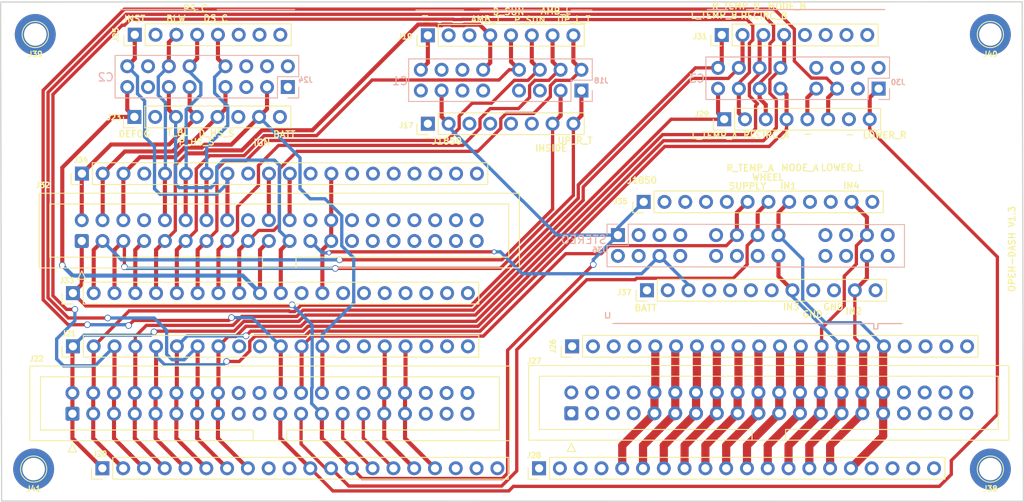
<source format=kicad_pcb>
(kicad_pcb (version 20171130) (host pcbnew 5.1.7-a382d34a88~90~ubuntu20.04.1)
  (layers (0 F.Cu signal) (1 In1.Cu power) (2 In2.Cu power) (31 B.Cu signal) (34 B.Paste user) (35 F.Paste user) (36 B.SilkS user) (37 F.SilkS user) (38 B.Mask user) (39 F.Mask user) (44 Edge.Cuts user))
  (net 0 "")
  (net 1 GND)
  (net 2 "Net-(J24-Pad6)")
  (net 3 "Net-(J24-Pad2)")
  (net 4 "Net-(J25-Pad8)")
  (net 5 "Net-(J25-Pad7)")
  (net 6 "Net-(J25-Pad6)")
  (net 7 "Net-(J25-Pad2)")
  (net 8 "Net-(J31-Pad7)")
  (net 9 "Net-(J31-Pad6)")
  (net 10 "Net-(J31-Pad5)")
  (net 11 /Interface/UPPER_RIGHT_AIR_TEMP)
  (net 12 /Interface/INSIDE_AIR_TEMP)
  (net 13 "Net-(J17-Pad6)")
  (net 14 "Net-(J17-Pad5)")
  (net 15 "Net-(J17-Pad4)")
  (net 16 "Net-(J17-Pad3)")
  (net 17 /Interface/J1850)
  (net 18 "Net-(J18-Pad10)")
  (net 19 "Net-(J18-Pad11)")
  (net 20 "Net-(J18-Pad3)")
  (net 21 /Interface/AMBIENT_AIR_TEMP)
  (net 22 "Net-(J18-Pad4)")
  (net 23 /Interface/DRIVER_SUNLOAD)
  (net 24 "Net-(J18-Pad5)")
  (net 25 /Interface/PASSENGER_SUNLOAD)
  (net 26 "Net-(J18-Pad6)")
  (net 27 /Interface/AMBIENT_LIGHT)
  (net 28 /Interface/UPPER_LEFT_AIR_TEMP)
  (net 29 "Net-(J19-Pad3)")
  (net 30 "Net-(J19-Pad2)")
  (net 31 /Interface/BATTERY)
  (net 32 /Interface/INSIDE_AIR_TEMP_BLOWER)
  (net 33 /Interface/REAR_DEFOG)
  (net 34 /Interface/SENSE1)
  (net 35 /Interface/TRIGGER1)
  (net 36 /Interface/INSTRUMENT_SUPPLY_VOLTAGE_4)
  (net 37 /Interface/DRIVER_SEAT_TEMP_CONTROL)
  (net 38 /Interface/PASSENGER_SEAT_TEMP_CONTROL)
  (net 39 /Interface/BLOWER_MOTOR)
  (net 40 /Interface/IGNITION)
  (net 41 /Interface/DRIVER_HEATED_SEAT_STATUS)
  (net 42 /Interface/PASSENGER_HEATED_SEAT_STATUS)
  (net 43 "Net-(J23-Pad6)")
  (net 44 "Net-(J23-Pad2)")
  (net 45 "Net-(J24-Pad10)")
  (net 46 "Net-(J24-Pad14)")
  (net 47 "Net-(J24-Pad15)")
  (net 48 "Net-(J24-Pad16)")
  (net 49 /Interface/CAN+)
  (net 50 /Interface/MAIN_POWER)
  (net 51 /Interface/DISPLAY_POWER)
  (net 52 /Interface/WHEEL_CONTROLS_SIGNAL)
  (net 53 /Interface/LOWER_LEFT_AIR_TEMP)
  (net 54 /Interface/RECIRCULATION_A)
  (net 55 /Interface/MODE_A)
  (net 56 /Interface/RIGHT_AIR_TEMP_CONTROL_A)
  (net 57 /Interface/LEFT_AIR_TEMP_CONTROL_A)
  (net 58 /Interface/CAN-)
  (net 59 /Interface/WHEEL_CONTROLS_SUPPLY)
  (net 60 /Interface/LOWER_RIGHT_AIR_TEMP)
  (net 61 /Interface/RECIRCULATION_B)
  (net 62 /Interface/MODE_B)
  (net 63 /Interface/RIGHT_AIR_TEMP_CONTROL_B)
  (net 64 /Interface/LEFT_AIR_TEMP_CONTROL_B)
  (net 65 "Net-(J30-Pad13)")
  (net 66 "Net-(J30-Pad14)")
  (net 67 "Net-(J30-Pad15)")
  (net 68 "Net-(J30-Pad16)")
  (net 69 "Net-(J31-Pad8)")
  (net 70 /Interface/AUDIO_IN4)
  (net 71 /Interface/AUDIO_IN2)
  (net 72 /Interface/AUDIO_IN3)
  (net 73 /Interface/AUDIO_IN1)
  (net 74 /Interface/RF+)
  (net 75 /Interface/RR+)
  (net 76 /Interface/RF-)
  (net 77 /Interface/RR-)
  (net 78 /Interface/LR-)
  (net 79 /Interface/LF-)
  (net 80 /Interface/LR+)
  (net 81 /Interface/LF+)
  (net 82 "Net-(J35-Pad5)")
  (net 83 "Net-(J35-Pad4)")
  (net 84 "Net-(J35-Pad3)")
  (net 85 "Net-(J35-Pad2)")
  (net 86 "Net-(J36-Pad24)")
  (net 87 "Net-(J36-Pad2)")
  (net 88 "Net-(J36-Pad14)")
  (net 89 "Net-(J36-Pad3)")
  (net 90 "Net-(J36-Pad4)")
  (net 91 "Net-(J36-Pad16)")
  (net 92 "Net-(J36-Pad5)")
  (net 93 "Net-(J36-Pad17)")
  (net 94 "Net-(J36-Pad18)")
  (net 95 "Net-(J36-Pad19)")
  (net 96 "Net-(J37-Pad12)")
  (net 97 "Net-(J37-Pad7)")
  (net 98 "Net-(J37-Pad6)")
  (net 99 "Net-(J37-Pad5)")
  (net 100 "Net-(J37-Pad4)")
  (net 101 "Net-(J37-Pad2)")
  (net 102 /Interface/EXT_AMP_ON)
  (module Connector_IDC:IDC-Header_2x20_P2.54mm_Vertical (layer F.Cu) (at 98.14 175.05 90)
    (fp_text reference J32 (at 6.82 -4.75 180) (layer F.SilkS) (effects (font (size 0.65 0.65))))
    (fp_text value Conn_IDE_40)
    (pad 40 thru_hole circle (at 2.54 48.26 90) (size 1.7 1.7) (drill 1) (layers *.Cu *.Mask) (net 1 GND))
    (pad 38 thru_hole circle (at 2.54 45.72 90) (size 1.7 1.7) (drill 1) (layers *.Cu *.Mask) (net 1 GND))
    (pad 36 thru_hole circle (at 2.54 43.18 90) (size 1.7 1.7) (drill 1) (layers *.Cu *.Mask) (net 1 GND))
    (pad 34 thru_hole circle (at 2.54 40.64 90) (size 1.7 1.7) (drill 1) (layers *.Cu *.Mask) (net 1 GND))
    (pad 32 thru_hole circle (at 2.54 38.1 90) (size 1.7 1.7) (drill 1) (layers *.Cu *.Mask) (net 31 /Interface/BATTERY))
    (pad 30 thru_hole circle (at 2.54 35.56 90) (size 1.7 1.7) (drill 1) (layers *.Cu *.Mask) (net 31 /Interface/BATTERY))
    (pad 28 thru_hole circle (at 2.54 33.02 90) (size 1.7 1.7) (drill 1) (layers *.Cu *.Mask) (net 31 /Interface/BATTERY))
    (pad 26 thru_hole circle (at 2.54 30.48 90) (size 1.7 1.7) (drill 1) (layers *.Cu *.Mask) (net 1 GND))
    (pad 24 thru_hole circle (at 2.54 27.94 90) (size 1.7 1.7) (drill 1) (layers *.Cu *.Mask) (net 1 GND))
    (pad 22 thru_hole circle (at 2.54 25.4 90) (size 1.7 1.7) (drill 1) (layers *.Cu *.Mask) (net 34 /Interface/SENSE1))
    (pad 20 thru_hole circle (at 2.54 22.86 90) (size 1.7 1.7) (drill 1) (layers *.Cu *.Mask) (net 35 /Interface/TRIGGER1))
    (pad 18 thru_hole circle (at 2.54 20.32 90) (size 1.7 1.7) (drill 1) (layers *.Cu *.Mask) (net 31 /Interface/BATTERY))
    (pad 16 thru_hole circle (at 2.54 17.78 90) (size 1.7 1.7) (drill 1) (layers *.Cu *.Mask) (net 36 /Interface/INSTRUMENT_SUPPLY_VOLTAGE_4))
    (pad 14 thru_hole circle (at 2.54 15.24 90) (size 1.7 1.7) (drill 1) (layers *.Cu *.Mask) (net 37 /Interface/DRIVER_SEAT_TEMP_CONTROL))
    (pad 12 thru_hole circle (at 2.54 12.7 90) (size 1.7 1.7) (drill 1) (layers *.Cu *.Mask) (net 38 /Interface/PASSENGER_SEAT_TEMP_CONTROL))
    (pad 10 thru_hole circle (at 2.54 10.16 90) (size 1.7 1.7) (drill 1) (layers *.Cu *.Mask) (net 39 /Interface/BLOWER_MOTOR))
    (pad 8 thru_hole circle (at 2.54 7.62 90) (size 1.7 1.7) (drill 1) (layers *.Cu *.Mask) (net 31 /Interface/BATTERY))
    (pad 6 thru_hole circle (at 2.54 5.08 90) (size 1.7 1.7) (drill 1) (layers *.Cu *.Mask) (net 40 /Interface/IGNITION))
    (pad 4 thru_hole circle (at 2.54 2.54 90) (size 1.7 1.7) (drill 1) (layers *.Cu *.Mask) (net 41 /Interface/DRIVER_HEATED_SEAT_STATUS))
    (pad 2 thru_hole circle (at 2.54 0 90) (size 1.7 1.7) (drill 1) (layers *.Cu *.Mask) (net 42 /Interface/PASSENGER_HEATED_SEAT_STATUS))
    (pad 39 thru_hole circle (at 0 48.26 90) (size 1.7 1.7) (drill 1) (layers *.Cu *.Mask) (net 1 GND))
    (pad 37 thru_hole circle (at 0 45.72 90) (size 1.7 1.7) (drill 1) (layers *.Cu *.Mask) (net 1 GND))
    (pad 35 thru_hole circle (at 0 43.18 90) (size 1.7 1.7) (drill 1) (layers *.Cu *.Mask) (net 1 GND))
    (pad 33 thru_hole circle (at 0 40.64 90) (size 1.7 1.7) (drill 1) (layers *.Cu *.Mask) (net 1 GND))
    (pad 31 thru_hole circle (at 0 38.1 90) (size 1.7 1.7) (drill 1) (layers *.Cu *.Mask) (net 31 /Interface/BATTERY))
    (pad 29 thru_hole circle (at 0 35.56 90) (size 1.7 1.7) (drill 1) (layers *.Cu *.Mask) (net 31 /Interface/BATTERY))
    (pad 27 thru_hole circle (at 0 33.02 90) (size 1.7 1.7) (drill 1) (layers *.Cu *.Mask) (net 31 /Interface/BATTERY))
    (pad 25 thru_hole circle (at 0 30.48 90) (size 1.7 1.7) (drill 1) (layers *.Cu *.Mask) (net 1 GND))
    (pad 23 thru_hole circle (at 0 27.94 90) (size 1.7 1.7) (drill 1) (layers *.Cu *.Mask) (net 102 /Interface/EXT_AMP_ON))
    (pad 21 thru_hole circle (at 0 25.4 90) (size 1.7 1.7) (drill 1) (layers *.Cu *.Mask) (net 32 /Interface/INSIDE_AIR_TEMP_BLOWER))
    (pad 19 thru_hole circle (at 0 22.86 90) (size 1.7 1.7) (drill 1) (layers *.Cu *.Mask) (net 33 /Interface/REAR_DEFOG))
    (pad 17 thru_hole circle (at 0 20.32 90) (size 1.7 1.7) (drill 1) (layers *.Cu *.Mask) (net 28 /Interface/UPPER_LEFT_AIR_TEMP))
    (pad 15 thru_hole circle (at 0 17.78 90) (size 1.7 1.7) (drill 1) (layers *.Cu *.Mask) (net 27 /Interface/AMBIENT_LIGHT))
    (pad 13 thru_hole circle (at 0 15.24 90) (size 1.7 1.7) (drill 1) (layers *.Cu *.Mask) (net 25 /Interface/PASSENGER_SUNLOAD))
    (pad 11 thru_hole circle (at 0 12.7 90) (size 1.7 1.7) (drill 1) (layers *.Cu *.Mask) (net 23 /Interface/DRIVER_SUNLOAD))
    (pad 9 thru_hole circle (at 0 10.16 90) (size 1.7 1.7) (drill 1) (layers *.Cu *.Mask) (net 21 /Interface/AMBIENT_AIR_TEMP))
    (pad 7 thru_hole circle (at 0 7.62 90) (size 1.7 1.7) (drill 1) (layers *.Cu *.Mask) (net 1 GND))
    (pad 5 thru_hole circle (at 0 5.08 90) (size 1.7 1.7) (drill 1) (layers *.Cu *.Mask) (net 11 /Interface/UPPER_RIGHT_AIR_TEMP))
    (pad 3 thru_hole circle (at 0 2.54 90) (size 1.7 1.7) (drill 1) (layers *.Cu *.Mask) (net 12 /Interface/INSIDE_AIR_TEMP))
    (pad 1 thru_hole roundrect (at 0 0 90) (size 1.7 1.7) (drill 1) (layers *.Cu *.Mask) (roundrect_rratio 0.1470588235294118) (net 17 /Interface/J1850))
  )
  (module Connector_IDC:IDC-Header_2x20_P2.54mm_Vertical (layer F.Cu) (at 157.96 196.1 90)
    (fp_text reference J27 (at 6.4 -4.54 180) (layer F.SilkS) (effects (font (size 0.65 0.65))))
    (fp_text value Conn_IDE_40)
    (pad 40 thru_hole circle (at 2.54 48.26 90) (size 1.7 1.7) (drill 1) (layers *.Cu *.Mask) (net 1 GND))
    (pad 38 thru_hole circle (at 2.54 45.72 90) (size 1.7 1.7) (drill 1) (layers *.Cu *.Mask) (net 1 GND))
    (pad 36 thru_hole circle (at 2.54 43.18 90) (size 1.7 1.7) (drill 1) (layers *.Cu *.Mask) (net 1 GND))
    (pad 34 thru_hole circle (at 2.54 40.64 90) (size 1.7 1.7) (drill 1) (layers *.Cu *.Mask) (net 1 GND))
    (pad 32 thru_hole circle (at 2.54 38.1 90) (size 1.7 1.7) (drill 1) (layers *.Cu *.Mask) (net 73 /Interface/AUDIO_IN1))
    (pad 30 thru_hole circle (at 2.54 35.56 90) (size 1.7 1.7) (drill 1) (layers *.Cu *.Mask) (net 71 /Interface/AUDIO_IN2))
    (pad 28 thru_hole circle (at 2.54 33.02 90) (size 1.7 1.7) (drill 1) (layers *.Cu *.Mask) (net 72 /Interface/AUDIO_IN3))
    (pad 26 thru_hole circle (at 2.54 30.48 90) (size 1.7 1.7) (drill 1) (layers *.Cu *.Mask) (net 70 /Interface/AUDIO_IN4))
    (pad 24 thru_hole circle (at 2.54 27.94 90) (size 1.7 1.7) (drill 1) (layers *.Cu *.Mask) (net 76 /Interface/RF-))
    (pad 22 thru_hole circle (at 2.54 25.4 90) (size 1.7 1.7) (drill 1) (layers *.Cu *.Mask) (net 74 /Interface/RF+))
    (pad 20 thru_hole circle (at 2.54 22.86 90) (size 1.7 1.7) (drill 1) (layers *.Cu *.Mask) (net 79 /Interface/LF-))
    (pad 18 thru_hole circle (at 2.54 20.32 90) (size 1.7 1.7) (drill 1) (layers *.Cu *.Mask) (net 81 /Interface/LF+))
    (pad 16 thru_hole circle (at 2.54 17.78 90) (size 1.7 1.7) (drill 1) (layers *.Cu *.Mask) (net 80 /Interface/LR+))
    (pad 14 thru_hole circle (at 2.54 15.24 90) (size 1.7 1.7) (drill 1) (layers *.Cu *.Mask) (net 78 /Interface/LR-))
    (pad 12 thru_hole circle (at 2.54 12.7 90) (size 1.7 1.7) (drill 1) (layers *.Cu *.Mask) (net 75 /Interface/RR+))
    (pad 10 thru_hole circle (at 2.54 10.16 90) (size 1.7 1.7) (drill 1) (layers *.Cu *.Mask) (net 77 /Interface/RR-))
    (pad 8 thru_hole circle (at 2.54 7.62 90) (size 1.7 1.7) (drill 1) (layers *.Cu *.Mask) (net 31 /Interface/BATTERY))
    (pad 6 thru_hole circle (at 2.54 5.08 90) (size 1.7 1.7) (drill 1) (layers *.Cu *.Mask) (net 31 /Interface/BATTERY))
    (pad 4 thru_hole circle (at 2.54 2.54 90) (size 1.7 1.7) (drill 1) (layers *.Cu *.Mask) (net 31 /Interface/BATTERY))
    (pad 2 thru_hole circle (at 2.54 0 90) (size 1.7 1.7) (drill 1) (layers *.Cu *.Mask) (net 31 /Interface/BATTERY))
    (pad 39 thru_hole circle (at 0 48.26 90) (size 1.7 1.7) (drill 1) (layers *.Cu *.Mask) (net 1 GND))
    (pad 37 thru_hole circle (at 0 45.72 90) (size 1.7 1.7) (drill 1) (layers *.Cu *.Mask) (net 1 GND))
    (pad 35 thru_hole circle (at 0 43.18 90) (size 1.7 1.7) (drill 1) (layers *.Cu *.Mask) (net 1 GND))
    (pad 33 thru_hole circle (at 0 40.64 90) (size 1.7 1.7) (drill 1) (layers *.Cu *.Mask) (net 1 GND))
    (pad 31 thru_hole circle (at 0 38.1 90) (size 1.7 1.7) (drill 1) (layers *.Cu *.Mask) (net 73 /Interface/AUDIO_IN1))
    (pad 29 thru_hole circle (at 0 35.56 90) (size 1.7 1.7) (drill 1) (layers *.Cu *.Mask) (net 71 /Interface/AUDIO_IN2))
    (pad 27 thru_hole circle (at 0 33.02 90) (size 1.7 1.7) (drill 1) (layers *.Cu *.Mask) (net 72 /Interface/AUDIO_IN3))
    (pad 25 thru_hole circle (at 0 30.48 90) (size 1.7 1.7) (drill 1) (layers *.Cu *.Mask) (net 70 /Interface/AUDIO_IN4))
    (pad 23 thru_hole circle (at 0 27.94 90) (size 1.7 1.7) (drill 1) (layers *.Cu *.Mask) (net 76 /Interface/RF-))
    (pad 21 thru_hole circle (at 0 25.4 90) (size 1.7 1.7) (drill 1) (layers *.Cu *.Mask) (net 74 /Interface/RF+))
    (pad 19 thru_hole circle (at 0 22.86 90) (size 1.7 1.7) (drill 1) (layers *.Cu *.Mask) (net 79 /Interface/LF-))
    (pad 17 thru_hole circle (at 0 20.32 90) (size 1.7 1.7) (drill 1) (layers *.Cu *.Mask) (net 81 /Interface/LF+))
    (pad 15 thru_hole circle (at 0 17.78 90) (size 1.7 1.7) (drill 1) (layers *.Cu *.Mask) (net 80 /Interface/LR+))
    (pad 13 thru_hole circle (at 0 15.24 90) (size 1.7 1.7) (drill 1) (layers *.Cu *.Mask) (net 78 /Interface/LR-))
    (pad 11 thru_hole circle (at 0 12.7 90) (size 1.7 1.7) (drill 1) (layers *.Cu *.Mask) (net 75 /Interface/RR+))
    (pad 9 thru_hole circle (at 0 10.16 90) (size 1.7 1.7) (drill 1) (layers *.Cu *.Mask) (net 77 /Interface/RR-))
    (pad 7 thru_hole circle (at 0 7.62 90) (size 1.7 1.7) (drill 1) (layers *.Cu *.Mask) (net 31 /Interface/BATTERY))
    (pad 5 thru_hole circle (at 0 5.08 90) (size 1.7 1.7) (drill 1) (layers *.Cu *.Mask) (net 31 /Interface/BATTERY))
    (pad 3 thru_hole circle (at 0 2.54 90) (size 1.7 1.7) (drill 1) (layers *.Cu *.Mask) (net 31 /Interface/BATTERY))
    (pad 1 thru_hole roundrect (at 0 0 90) (size 1.7 1.7) (drill 1) (layers *.Cu *.Mask) (roundrect_rratio 0.1470588235294118) (net 31 /Interface/BATTERY))
  )
  (module Connector_IDC:IDC-Header_2x20_P2.54mm_Vertical (layer F.Cu) (at 97 196.16 90)
    (fp_text reference J22 (at 6.72 -4.37 180) (layer F.SilkS) (effects (font (size 0.65 0.65))))
    (fp_text value Conn_IDE_40)
    (pad 40 thru_hole circle (at 2.54 48.26 90) (size 1.7 1.7) (drill 1) (layers *.Cu *.Mask) (net 1 GND))
    (pad 38 thru_hole circle (at 2.54 45.72 90) (size 1.7 1.7) (drill 1) (layers *.Cu *.Mask) (net 1 GND))
    (pad 36 thru_hole circle (at 2.54 43.18 90) (size 1.7 1.7) (drill 1) (layers *.Cu *.Mask) (net 1 GND))
    (pad 34 thru_hole circle (at 2.54 40.64 90) (size 1.7 1.7) (drill 1) (layers *.Cu *.Mask) (net 50 /Interface/MAIN_POWER))
    (pad 32 thru_hole circle (at 2.54 38.1 90) (size 1.7 1.7) (drill 1) (layers *.Cu *.Mask) (net 51 /Interface/DISPLAY_POWER))
    (pad 30 thru_hole circle (at 2.54 35.56 90) (size 1.7 1.7) (drill 1) (layers *.Cu *.Mask) (net 1 GND))
    (pad 28 thru_hole circle (at 2.54 33.02 90) (size 1.7 1.7) (drill 1) (layers *.Cu *.Mask) (net 31 /Interface/BATTERY))
    (pad 26 thru_hole circle (at 2.54 30.48 90) (size 1.7 1.7) (drill 1) (layers *.Cu *.Mask) (net 40 /Interface/IGNITION))
    (pad 24 thru_hole circle (at 2.54 27.94 90) (size 1.7 1.7) (drill 1) (layers *.Cu *.Mask) (net 59 /Interface/WHEEL_CONTROLS_SUPPLY))
    (pad 22 thru_hole circle (at 2.54 25.4 90) (size 1.7 1.7) (drill 1) (layers *.Cu *.Mask) (net 53 /Interface/LOWER_LEFT_AIR_TEMP))
    (pad 20 thru_hole circle (at 2.54 22.86 90) (size 1.7 1.7) (drill 1) (layers *.Cu *.Mask) (net 31 /Interface/BATTERY))
    (pad 18 thru_hole circle (at 2.54 20.32 90) (size 1.7 1.7) (drill 1) (layers *.Cu *.Mask) (net 31 /Interface/BATTERY))
    (pad 16 thru_hole circle (at 2.54 17.78 90) (size 1.7 1.7) (drill 1) (layers *.Cu *.Mask) (net 61 /Interface/RECIRCULATION_B))
    (pad 14 thru_hole circle (at 2.54 15.24 90) (size 1.7 1.7) (drill 1) (layers *.Cu *.Mask) (net 54 /Interface/RECIRCULATION_A))
    (pad 12 thru_hole circle (at 2.54 12.7 90) (size 1.7 1.7) (drill 1) (layers *.Cu *.Mask) (net 62 /Interface/MODE_B))
    (pad 10 thru_hole circle (at 2.54 10.16 90) (size 1.7 1.7) (drill 1) (layers *.Cu *.Mask) (net 55 /Interface/MODE_A))
    (pad 8 thru_hole circle (at 2.54 7.62 90) (size 1.7 1.7) (drill 1) (layers *.Cu *.Mask) (net 63 /Interface/RIGHT_AIR_TEMP_CONTROL_B))
    (pad 6 thru_hole circle (at 2.54 5.08 90) (size 1.7 1.7) (drill 1) (layers *.Cu *.Mask) (net 56 /Interface/RIGHT_AIR_TEMP_CONTROL_A))
    (pad 4 thru_hole circle (at 2.54 2.54 90) (size 1.7 1.7) (drill 1) (layers *.Cu *.Mask) (net 64 /Interface/LEFT_AIR_TEMP_CONTROL_B))
    (pad 2 thru_hole circle (at 2.54 0 90) (size 1.7 1.7) (drill 1) (layers *.Cu *.Mask) (net 57 /Interface/LEFT_AIR_TEMP_CONTROL_A))
    (pad 39 thru_hole circle (at 0 48.26 90) (size 1.7 1.7) (drill 1) (layers *.Cu *.Mask) (net 1 GND))
    (pad 37 thru_hole circle (at 0 45.72 90) (size 1.7 1.7) (drill 1) (layers *.Cu *.Mask) (net 1 GND))
    (pad 35 thru_hole circle (at 0 43.18 90) (size 1.7 1.7) (drill 1) (layers *.Cu *.Mask) (net 1 GND))
    (pad 33 thru_hole circle (at 0 40.64 90) (size 1.7 1.7) (drill 1) (layers *.Cu *.Mask) (net 50 /Interface/MAIN_POWER))
    (pad 31 thru_hole circle (at 0 38.1 90) (size 1.7 1.7) (drill 1) (layers *.Cu *.Mask) (net 51 /Interface/DISPLAY_POWER))
    (pad 29 thru_hole circle (at 0 35.56 90) (size 1.7 1.7) (drill 1) (layers *.Cu *.Mask) (net 58 /Interface/CAN-))
    (pad 27 thru_hole circle (at 0 33.02 90) (size 1.7 1.7) (drill 1) (layers *.Cu *.Mask) (net 49 /Interface/CAN+))
    (pad 25 thru_hole circle (at 0 30.48 90) (size 1.7 1.7) (drill 1) (layers *.Cu *.Mask) (net 17 /Interface/J1850))
    (pad 23 thru_hole circle (at 0 27.94 90) (size 1.7 1.7) (drill 1) (layers *.Cu *.Mask) (net 52 /Interface/WHEEL_CONTROLS_SIGNAL))
    (pad 21 thru_hole circle (at 0 25.4 90) (size 1.7 1.7) (drill 1) (layers *.Cu *.Mask) (net 60 /Interface/LOWER_RIGHT_AIR_TEMP))
    (pad 19 thru_hole circle (at 0 22.86 90) (size 1.7 1.7) (drill 1) (layers *.Cu *.Mask) (net 31 /Interface/BATTERY))
    (pad 17 thru_hole circle (at 0 20.32 90) (size 1.7 1.7) (drill 1) (layers *.Cu *.Mask) (net 31 /Interface/BATTERY))
    (pad 15 thru_hole circle (at 0 17.78 90) (size 1.7 1.7) (drill 1) (layers *.Cu *.Mask) (net 61 /Interface/RECIRCULATION_B))
    (pad 13 thru_hole circle (at 0 15.24 90) (size 1.7 1.7) (drill 1) (layers *.Cu *.Mask) (net 54 /Interface/RECIRCULATION_A))
    (pad 11 thru_hole circle (at 0 12.7 90) (size 1.7 1.7) (drill 1) (layers *.Cu *.Mask) (net 62 /Interface/MODE_B))
    (pad 9 thru_hole circle (at 0 10.16 90) (size 1.7 1.7) (drill 1) (layers *.Cu *.Mask) (net 55 /Interface/MODE_A))
    (pad 7 thru_hole circle (at 0 7.62 90) (size 1.7 1.7) (drill 1) (layers *.Cu *.Mask) (net 63 /Interface/RIGHT_AIR_TEMP_CONTROL_B))
    (pad 5 thru_hole circle (at 0 5.08 90) (size 1.7 1.7) (drill 1) (layers *.Cu *.Mask) (net 56 /Interface/RIGHT_AIR_TEMP_CONTROL_A))
    (pad 3 thru_hole circle (at 0 2.54 90) (size 1.7 1.7) (drill 1) (layers *.Cu *.Mask) (net 64 /Interface/LEFT_AIR_TEMP_CONTROL_B))
    (pad 1 thru_hole roundrect (at 0 0 90) (size 1.7 1.7) (drill 1) (layers *.Cu *.Mask) (roundrect_rratio 0.1470588235294118) (net 57 /Interface/LEFT_AIR_TEMP_CONTROL_A))
  )
  (module Open_Automation:Mount_Hole (layer F.Cu) (at 92.26 202.92)
    (fp_text reference J41 (at 0 2.4) (layer F.SilkS) (effects (font (size 0.65 0.65))))
    (fp_text value Conn_01x01_Female)
    (pad 1 thru_hole circle (at 0 0) (size 5 5) (drill 2.75) (layers *.Cu *.Mask) (net 1 GND))
  )
  (module Open_Automation:Mount_Hole (layer F.Cu) (at 209.16 149.82)
    (fp_text reference J40 (at 0 2.4) (layer F.SilkS) (effects (font (size 0.65 0.65))))
    (fp_text value Conn_01x01_Female)
    (pad 1 thru_hole circle (at 0 0) (size 5 5) (drill 2.75) (layers *.Cu *.Mask) (net 1 GND))
  )
  (module Open_Automation:Mount_Hole (layer F.Cu) (at 92.46 149.82)
    (fp_text reference J39 (at 0 2.4) (layer F.SilkS) (effects (font (size 0.65 0.65))))
    (fp_text value Conn_01x01_Female)
    (pad 1 thru_hole circle (at 0 0) (size 5 5) (drill 2.75) (layers *.Cu *.Mask) (net 1 GND))
  )
  (module Open_Automation:Mount_Hole (layer F.Cu) (at 209.16 202.92)
    (fp_text reference J38 (at 0 2.4) (layer F.SilkS) (effects (font (size 0.65 0.65))))
    (fp_text value Conn_01x01_Female)
    (pad 1 thru_hole circle (at 0 0) (size 5 5) (drill 2.75) (layers *.Cu *.Mask) (net 1 GND))
  )
  (module Connector_PinHeader_2.54mm:PinHeader_1x12_P2.54mm_Vertical (layer F.Cu) (at 167.2 181.07 90)
    (fp_text reference J37 (at -0.26 -2.77 180) (layer F.SilkS) (effects (font (size 0.65 0.65))))
    (fp_text value Conn_01x12)
    (pad 12 thru_hole oval (at 0 27.94 90) (size 1.7 1.7) (drill 1) (layers *.Cu *.Mask) (net 96 "Net-(J37-Pad12)"))
    (pad 11 thru_hole oval (at 0 25.4 90) (size 1.7 1.7) (drill 1) (layers *.Cu *.Mask) (net 71 /Interface/AUDIO_IN2))
    (pad 10 thru_hole oval (at 0 22.86 90) (size 1.7 1.7) (drill 1) (layers *.Cu *.Mask) (net 1 GND))
    (pad 9 thru_hole oval (at 0 20.32 90) (size 1.7 1.7) (drill 1) (layers *.Cu *.Mask) (net 1 GND))
    (pad 8 thru_hole oval (at 0 17.78 90) (size 1.7 1.7) (drill 1) (layers *.Cu *.Mask) (net 72 /Interface/AUDIO_IN3))
    (pad 7 thru_hole oval (at 0 15.24 90) (size 1.7 1.7) (drill 1) (layers *.Cu *.Mask) (net 97 "Net-(J37-Pad7)"))
    (pad 6 thru_hole oval (at 0 12.7 90) (size 1.7 1.7) (drill 1) (layers *.Cu *.Mask) (net 98 "Net-(J37-Pad6)"))
    (pad 5 thru_hole oval (at 0 10.16 90) (size 1.7 1.7) (drill 1) (layers *.Cu *.Mask) (net 99 "Net-(J37-Pad5)"))
    (pad 4 thru_hole oval (at 0 7.62 90) (size 1.7 1.7) (drill 1) (layers *.Cu *.Mask) (net 100 "Net-(J37-Pad4)"))
    (pad 3 thru_hole oval (at 0 5.08 90) (size 1.7 1.7) (drill 1) (layers *.Cu *.Mask) (net 102 /Interface/EXT_AMP_ON))
    (pad 2 thru_hole oval (at 0 2.54 90) (size 1.7 1.7) (drill 1) (layers *.Cu *.Mask) (net 101 "Net-(J37-Pad2)"))
    (pad 1 thru_hole rect (at 0 0 90) (size 1.7 1.7) (drill 1) (layers *.Cu *.Mask) (net 31 /Interface/BATTERY))
  )
  (module Open_Automation:Conn_Stereo (layer B.Cu) (at 163.65 174.33 270)
    (fp_text reference J36 (at 1.81 2.27) (layer B.SilkS) (effects (font (size 0.65 0.65)) (justify mirror)))
    (fp_text value STEREO (at 0.57 4.17 180) (layer B.SilkS) (effects (justify mirror)))
    (pad 21 thru_hole oval (at 2.54 -25.35 270) (size 1.7 1.7) (drill 1) (layers *.Cu *.Mask) (net 1 GND))
    (pad 10 thru_hole oval (at 0 -27.89 270) (size 1.7 1.7) (drill 1) (layers *.Cu *.Mask) (net 1 GND))
    (pad 24 thru_hole oval (at 2.54 -32.97 270) (size 1.7 1.7) (drill 1) (layers *.Cu *.Mask) (net 86 "Net-(J36-Pad24)"))
    (pad 9 thru_hole oval (at 0 -25.35 270) (size 1.7 1.7) (drill 1) (layers *.Cu *.Mask) (net 1 GND))
    (pad 23 thru_hole oval (at 2.54 -30.43 270) (size 1.7 1.7) (drill 1) (layers *.Cu *.Mask) (net 71 /Interface/AUDIO_IN2))
    (pad 12 thru_hole oval (at 0 -32.97 270) (size 1.7 1.7) (drill 1) (layers *.Cu *.Mask) (net 1 GND))
    (pad 22 thru_hole oval (at 2.54 -27.89 270) (size 1.7 1.7) (drill 1) (layers *.Cu *.Mask) (net 1 GND))
    (pad 11 thru_hole oval (at 0 -30.43 270) (size 1.7 1.7) (drill 1) (layers *.Cu *.Mask) (net 70 /Interface/AUDIO_IN4))
    (pad 1 thru_hole rect (at 0 0 270) (size 1.7 1.7) (drill 1) (layers *.Cu *.Mask) (net 17 /Interface/J1850))
    (pad 13 thru_hole oval (at 2.54 0 270) (size 1.7 1.7) (drill 1) (layers *.Cu *.Mask) (net 31 /Interface/BATTERY))
    (pad 2 thru_hole oval (at 0 -2.54 270) (size 1.7 1.7) (drill 1) (layers *.Cu *.Mask) (net 87 "Net-(J36-Pad2)"))
    (pad 14 thru_hole oval (at 2.54 -2.54 270) (size 1.7 1.7) (drill 1) (layers *.Cu *.Mask) (net 88 "Net-(J36-Pad14)"))
    (pad 3 thru_hole oval (at 0 -5.08 270) (size 1.7 1.7) (drill 1) (layers *.Cu *.Mask) (net 89 "Net-(J36-Pad3)"))
    (pad 15 thru_hole oval (at 2.54 -5.08 270) (size 1.7 1.7) (drill 1) (layers *.Cu *.Mask) (net 102 /Interface/EXT_AMP_ON))
    (pad 4 thru_hole oval (at 0 -7.62 270) (size 1.7 1.7) (drill 1) (layers *.Cu *.Mask) (net 90 "Net-(J36-Pad4)"))
    (pad 16 thru_hole oval (at 2.54 -7.62 270) (size 1.7 1.7) (drill 1) (layers *.Cu *.Mask) (net 91 "Net-(J36-Pad16)"))
    (pad 5 thru_hole oval (at 0 -12 270) (size 1.7 1.7) (drill 1) (layers *.Cu *.Mask) (net 92 "Net-(J36-Pad5)"))
    (pad 17 thru_hole oval (at 2.54 -12 270) (size 1.7 1.7) (drill 1) (layers *.Cu *.Mask) (net 93 "Net-(J36-Pad17)"))
    (pad 6 thru_hole oval (at 0 -14.54 270) (size 1.7 1.7) (drill 1) (layers *.Cu *.Mask) (net 59 /Interface/WHEEL_CONTROLS_SUPPLY))
    (pad 18 thru_hole oval (at 2.54 -14.54 270) (size 1.7 1.7) (drill 1) (layers *.Cu *.Mask) (net 94 "Net-(J36-Pad18)"))
    (pad 7 thru_hole oval (at 0 -17.08 270) (size 1.7 1.7) (drill 1) (layers *.Cu *.Mask) (net 52 /Interface/WHEEL_CONTROLS_SIGNAL))
    (pad 19 thru_hole oval (at 2.54 -17.08 270) (size 1.7 1.7) (drill 1) (layers *.Cu *.Mask) (net 95 "Net-(J36-Pad19)"))
    (pad 8 thru_hole oval (at 0 -19.62 270) (size 1.7 1.7) (drill 1) (layers *.Cu *.Mask) (net 73 /Interface/AUDIO_IN1))
    (pad 20 thru_hole oval (at 2.54 -19.62 270) (size 1.7 1.7) (drill 1) (layers *.Cu *.Mask) (net 72 /Interface/AUDIO_IN3))
  )
  (module Connector_PinHeader_2.54mm:PinHeader_1x12_P2.54mm_Vertical (layer F.Cu) (at 166.8 170.27 90)
    (fp_text reference J35 (at 0.05 -2.83 180) (layer F.SilkS) (effects (font (size 0.65 0.65))))
    (fp_text value Conn_01x12)
    (pad 12 thru_hole oval (at 0 27.94 90) (size 1.7 1.7) (drill 1) (layers *.Cu *.Mask) (net 1 GND))
    (pad 11 thru_hole oval (at 0 25.4 90) (size 1.7 1.7) (drill 1) (layers *.Cu *.Mask) (net 70 /Interface/AUDIO_IN4))
    (pad 10 thru_hole oval (at 0 22.86 90) (size 1.7 1.7) (drill 1) (layers *.Cu *.Mask) (net 1 GND))
    (pad 9 thru_hole oval (at 0 20.32 90) (size 1.7 1.7) (drill 1) (layers *.Cu *.Mask) (net 1 GND))
    (pad 8 thru_hole oval (at 0 17.78 90) (size 1.7 1.7) (drill 1) (layers *.Cu *.Mask) (net 73 /Interface/AUDIO_IN1))
    (pad 7 thru_hole oval (at 0 15.24 90) (size 1.7 1.7) (drill 1) (layers *.Cu *.Mask) (net 52 /Interface/WHEEL_CONTROLS_SIGNAL))
    (pad 6 thru_hole oval (at 0 12.7 90) (size 1.7 1.7) (drill 1) (layers *.Cu *.Mask) (net 59 /Interface/WHEEL_CONTROLS_SUPPLY))
    (pad 5 thru_hole oval (at 0 10.16 90) (size 1.7 1.7) (drill 1) (layers *.Cu *.Mask) (net 82 "Net-(J35-Pad5)"))
    (pad 4 thru_hole oval (at 0 7.62 90) (size 1.7 1.7) (drill 1) (layers *.Cu *.Mask) (net 83 "Net-(J35-Pad4)"))
    (pad 3 thru_hole oval (at 0 5.08 90) (size 1.7 1.7) (drill 1) (layers *.Cu *.Mask) (net 84 "Net-(J35-Pad3)"))
    (pad 2 thru_hole oval (at 0 2.54 90) (size 1.7 1.7) (drill 1) (layers *.Cu *.Mask) (net 85 "Net-(J35-Pad2)"))
    (pad 1 thru_hole rect (at 0 0 90) (size 1.7 1.7) (drill 1) (layers *.Cu *.Mask) (net 17 /Interface/J1850))
  )
  (module Connector_PinHeader_2.54mm:PinHeader_1x20_P2.54mm_Vertical (layer F.Cu) (at 98.16 166.82 90)
    (fp_text reference J34 (at 1.66 -0.12 180) (layer F.SilkS) (effects (font (size 0.65 0.65))))
    (fp_text value Conn_01x20)
    (pad 20 thru_hole oval (at 0 48.26 90) (size 1.7 1.7) (drill 1) (layers *.Cu *.Mask) (net 1 GND))
    (pad 19 thru_hole oval (at 0 45.72 90) (size 1.7 1.7) (drill 1) (layers *.Cu *.Mask) (net 1 GND))
    (pad 18 thru_hole oval (at 0 43.18 90) (size 1.7 1.7) (drill 1) (layers *.Cu *.Mask) (net 1 GND))
    (pad 17 thru_hole oval (at 0 40.64 90) (size 1.7 1.7) (drill 1) (layers *.Cu *.Mask) (net 1 GND))
    (pad 16 thru_hole oval (at 0 38.1 90) (size 1.7 1.7) (drill 1) (layers *.Cu *.Mask) (net 31 /Interface/BATTERY))
    (pad 15 thru_hole oval (at 0 35.56 90) (size 1.7 1.7) (drill 1) (layers *.Cu *.Mask) (net 31 /Interface/BATTERY))
    (pad 14 thru_hole oval (at 0 33.02 90) (size 1.7 1.7) (drill 1) (layers *.Cu *.Mask) (net 31 /Interface/BATTERY))
    (pad 13 thru_hole oval (at 0 30.48 90) (size 1.7 1.7) (drill 1) (layers *.Cu *.Mask) (net 1 GND))
    (pad 12 thru_hole oval (at 0 27.94 90) (size 1.7 1.7) (drill 1) (layers *.Cu *.Mask) (net 1 GND))
    (pad 11 thru_hole oval (at 0 25.4 90) (size 1.7 1.7) (drill 1) (layers *.Cu *.Mask) (net 34 /Interface/SENSE1))
    (pad 10 thru_hole oval (at 0 22.86 90) (size 1.7 1.7) (drill 1) (layers *.Cu *.Mask) (net 35 /Interface/TRIGGER1))
    (pad 9 thru_hole oval (at 0 20.32 90) (size 1.7 1.7) (drill 1) (layers *.Cu *.Mask) (net 31 /Interface/BATTERY))
    (pad 8 thru_hole oval (at 0 17.78 90) (size 1.7 1.7) (drill 1) (layers *.Cu *.Mask) (net 36 /Interface/INSTRUMENT_SUPPLY_VOLTAGE_4))
    (pad 7 thru_hole oval (at 0 15.24 90) (size 1.7 1.7) (drill 1) (layers *.Cu *.Mask) (net 37 /Interface/DRIVER_SEAT_TEMP_CONTROL))
    (pad 6 thru_hole oval (at 0 12.7 90) (size 1.7 1.7) (drill 1) (layers *.Cu *.Mask) (net 38 /Interface/PASSENGER_SEAT_TEMP_CONTROL))
    (pad 5 thru_hole oval (at 0 10.16 90) (size 1.7 1.7) (drill 1) (layers *.Cu *.Mask) (net 39 /Interface/BLOWER_MOTOR))
    (pad 4 thru_hole oval (at 0 7.62 90) (size 1.7 1.7) (drill 1) (layers *.Cu *.Mask) (net 31 /Interface/BATTERY))
    (pad 3 thru_hole oval (at 0 5.08 90) (size 1.7 1.7) (drill 1) (layers *.Cu *.Mask) (net 40 /Interface/IGNITION))
    (pad 2 thru_hole oval (at 0 2.54 90) (size 1.7 1.7) (drill 1) (layers *.Cu *.Mask) (net 41 /Interface/DRIVER_HEATED_SEAT_STATUS))
    (pad 1 thru_hole rect (at 0 0 90) (size 1.7 1.7) (drill 1) (layers *.Cu *.Mask) (net 42 /Interface/PASSENGER_HEATED_SEAT_STATUS))
  )
  (module Connector_PinHeader_2.54mm:PinHeader_1x20_P2.54mm_Vertical (layer F.Cu) (at 97.06 181.42 90)
    (fp_text reference J33 (at 1.53 -0.73 180) (layer F.SilkS) (effects (font (size 0.65 0.65))))
    (fp_text value Conn_01x20)
    (pad 20 thru_hole oval (at 0 48.26 90) (size 1.7 1.7) (drill 1) (layers *.Cu *.Mask) (net 1 GND))
    (pad 19 thru_hole oval (at 0 45.72 90) (size 1.7 1.7) (drill 1) (layers *.Cu *.Mask) (net 1 GND))
    (pad 18 thru_hole oval (at 0 43.18 90) (size 1.7 1.7) (drill 1) (layers *.Cu *.Mask) (net 1 GND))
    (pad 17 thru_hole oval (at 0 40.64 90) (size 1.7 1.7) (drill 1) (layers *.Cu *.Mask) (net 1 GND))
    (pad 16 thru_hole oval (at 0 38.1 90) (size 1.7 1.7) (drill 1) (layers *.Cu *.Mask) (net 31 /Interface/BATTERY))
    (pad 15 thru_hole oval (at 0 35.56 90) (size 1.7 1.7) (drill 1) (layers *.Cu *.Mask) (net 31 /Interface/BATTERY))
    (pad 14 thru_hole oval (at 0 33.02 90) (size 1.7 1.7) (drill 1) (layers *.Cu *.Mask) (net 31 /Interface/BATTERY))
    (pad 13 thru_hole oval (at 0 30.48 90) (size 1.7 1.7) (drill 1) (layers *.Cu *.Mask) (net 1 GND))
    (pad 12 thru_hole oval (at 0 27.94 90) (size 1.7 1.7) (drill 1) (layers *.Cu *.Mask) (net 1 GND))
    (pad 11 thru_hole oval (at 0 25.4 90) (size 1.7 1.7) (drill 1) (layers *.Cu *.Mask) (net 32 /Interface/INSIDE_AIR_TEMP_BLOWER))
    (pad 10 thru_hole oval (at 0 22.86 90) (size 1.7 1.7) (drill 1) (layers *.Cu *.Mask) (net 33 /Interface/REAR_DEFOG))
    (pad 9 thru_hole oval (at 0 20.32 90) (size 1.7 1.7) (drill 1) (layers *.Cu *.Mask) (net 28 /Interface/UPPER_LEFT_AIR_TEMP))
    (pad 8 thru_hole oval (at 0 17.78 90) (size 1.7 1.7) (drill 1) (layers *.Cu *.Mask) (net 27 /Interface/AMBIENT_LIGHT))
    (pad 7 thru_hole oval (at 0 15.24 90) (size 1.7 1.7) (drill 1) (layers *.Cu *.Mask) (net 25 /Interface/PASSENGER_SUNLOAD))
    (pad 6 thru_hole oval (at 0 12.7 90) (size 1.7 1.7) (drill 1) (layers *.Cu *.Mask) (net 23 /Interface/DRIVER_SUNLOAD))
    (pad 5 thru_hole oval (at 0 10.16 90) (size 1.7 1.7) (drill 1) (layers *.Cu *.Mask) (net 21 /Interface/AMBIENT_AIR_TEMP))
    (pad 4 thru_hole oval (at 0 7.62 90) (size 1.7 1.7) (drill 1) (layers *.Cu *.Mask) (net 1 GND))
    (pad 3 thru_hole oval (at 0 5.08 90) (size 1.7 1.7) (drill 1) (layers *.Cu *.Mask) (net 11 /Interface/UPPER_RIGHT_AIR_TEMP))
    (pad 2 thru_hole oval (at 0 2.54 90) (size 1.7 1.7) (drill 1) (layers *.Cu *.Mask) (net 12 /Interface/INSIDE_AIR_TEMP))
    (pad 1 thru_hole rect (at 0 0 90) (size 1.7 1.7) (drill 1) (layers *.Cu *.Mask) (net 17 /Interface/J1850))
  )
  (module Connector_PinHeader_2.54mm:PinHeader_1x08_P2.54mm_Vertical (layer F.Cu) (at 176.34 149.875 90)
    (fp_text reference J31 (at -0.18 -2.65 180) (layer F.SilkS) (effects (font (size 0.65 0.65))))
    (fp_text value Conn_01x08)
    (pad 8 thru_hole oval (at 0 17.78 90) (size 1.7 1.7) (drill 1) (layers *.Cu *.Mask) (net 69 "Net-(J31-Pad8)"))
    (pad 7 thru_hole oval (at 0 15.24 90) (size 1.7 1.7) (drill 1) (layers *.Cu *.Mask) (net 8 "Net-(J31-Pad7)"))
    (pad 6 thru_hole oval (at 0 12.7 90) (size 1.7 1.7) (drill 1) (layers *.Cu *.Mask) (net 9 "Net-(J31-Pad6)"))
    (pad 5 thru_hole oval (at 0 10.16 90) (size 1.7 1.7) (drill 1) (layers *.Cu *.Mask) (net 10 "Net-(J31-Pad5)"))
    (pad 4 thru_hole oval (at 0 7.62 90) (size 1.7 1.7) (drill 1) (layers *.Cu *.Mask) (net 62 /Interface/MODE_B))
    (pad 3 thru_hole oval (at 0 5.08 90) (size 1.7 1.7) (drill 1) (layers *.Cu *.Mask) (net 61 /Interface/RECIRCULATION_B))
    (pad 2 thru_hole oval (at 0 2.54 90) (size 1.7 1.7) (drill 1) (layers *.Cu *.Mask) (net 63 /Interface/RIGHT_AIR_TEMP_CONTROL_B))
    (pad 1 thru_hole rect (at 0 0 90) (size 1.7 1.7) (drill 1) (layers *.Cu *.Mask) (net 64 /Interface/LEFT_AIR_TEMP_CONTROL_B))
  )
  (module Open_Automation:Conn_HVAC (layer B.Cu) (at 195.51 156.435 90)
    (fp_text reference J30 (at 0.78 2.37) (layer B.SilkS) (effects (font (size 0.65 0.65)) (justify mirror)))
    (fp_text value C3 (at 1.24 -22.22) (layer B.SilkS) (effects (justify mirror)))
    (pad 9 thru_hole oval (at 2.54 -19.62 90) (size 1.7 1.7) (drill 1) (layers *.Cu *.Mask) (net 64 /Interface/LEFT_AIR_TEMP_CONTROL_B))
    (pad 1 thru_hole oval (at 0 -19.62 90) (size 1.7 1.7) (drill 1) (layers *.Cu *.Mask) (net 57 /Interface/LEFT_AIR_TEMP_CONTROL_A))
    (pad 10 thru_hole oval (at 2.54 -17.08 90) (size 1.7 1.7) (drill 1) (layers *.Cu *.Mask) (net 63 /Interface/RIGHT_AIR_TEMP_CONTROL_B))
    (pad 2 thru_hole oval (at 0 -17.08 90) (size 1.7 1.7) (drill 1) (layers *.Cu *.Mask) (net 56 /Interface/RIGHT_AIR_TEMP_CONTROL_A))
    (pad 11 thru_hole oval (at 2.54 -14.54 90) (size 1.7 1.7) (drill 1) (layers *.Cu *.Mask) (net 61 /Interface/RECIRCULATION_B))
    (pad 3 thru_hole oval (at 0 -14.54 90) (size 1.7 1.7) (drill 1) (layers *.Cu *.Mask) (net 54 /Interface/RECIRCULATION_A))
    (pad 12 thru_hole oval (at 2.54 -12 90) (size 1.7 1.7) (drill 1) (layers *.Cu *.Mask) (net 62 /Interface/MODE_B))
    (pad 4 thru_hole oval (at 0 -12 90) (size 1.7 1.7) (drill 1) (layers *.Cu *.Mask) (net 55 /Interface/MODE_A))
    (pad 13 thru_hole oval (at 2.54 -7.62 90) (size 1.7 1.7) (drill 1) (layers *.Cu *.Mask) (net 65 "Net-(J30-Pad13)"))
    (pad 5 thru_hole oval (at 0 -7.62 90) (size 1.7 1.7) (drill 1) (layers *.Cu *.Mask) (net 1 GND))
    (pad 14 thru_hole oval (at 2.54 -5.08 90) (size 1.7 1.7) (drill 1) (layers *.Cu *.Mask) (net 66 "Net-(J30-Pad14)"))
    (pad 6 thru_hole oval (at 0 -5.08 90) (size 1.7 1.7) (drill 1) (layers *.Cu *.Mask) (net 53 /Interface/LOWER_LEFT_AIR_TEMP))
    (pad 15 thru_hole oval (at 2.54 -2.54 90) (size 1.7 1.7) (drill 1) (layers *.Cu *.Mask) (net 67 "Net-(J30-Pad15)"))
    (pad 7 thru_hole oval (at 0 -2.54 90) (size 1.7 1.7) (drill 1) (layers *.Cu *.Mask) (net 1 GND))
    (pad 16 thru_hole oval (at 2.54 0 90) (size 1.7 1.7) (drill 1) (layers *.Cu *.Mask) (net 68 "Net-(J30-Pad16)"))
    (pad 8 thru_hole rect (at 0 0 90) (size 1.7 1.7) (drill 1) (layers *.Cu *.Mask) (net 60 /Interface/LOWER_RIGHT_AIR_TEMP))
  )
  (module Connector_PinHeader_2.54mm:PinHeader_1x08_P2.54mm_Vertical (layer F.Cu) (at 176.64 160.175 90)
    (fp_text reference J29 (at 0.63 -2.73 180) (layer F.SilkS) (effects (font (size 0.65 0.65))))
    (fp_text value Conn_01x08)
    (pad 8 thru_hole oval (at 0 17.78 90) (size 1.7 1.7) (drill 1) (layers *.Cu *.Mask) (net 60 /Interface/LOWER_RIGHT_AIR_TEMP))
    (pad 7 thru_hole oval (at 0 15.24 90) (size 1.7 1.7) (drill 1) (layers *.Cu *.Mask) (net 1 GND))
    (pad 6 thru_hole oval (at 0 12.7 90) (size 1.7 1.7) (drill 1) (layers *.Cu *.Mask) (net 53 /Interface/LOWER_LEFT_AIR_TEMP))
    (pad 5 thru_hole oval (at 0 10.16 90) (size 1.7 1.7) (drill 1) (layers *.Cu *.Mask) (net 1 GND))
    (pad 4 thru_hole oval (at 0 7.62 90) (size 1.7 1.7) (drill 1) (layers *.Cu *.Mask) (net 55 /Interface/MODE_A))
    (pad 3 thru_hole oval (at 0 5.08 90) (size 1.7 1.7) (drill 1) (layers *.Cu *.Mask) (net 54 /Interface/RECIRCULATION_A))
    (pad 2 thru_hole oval (at 0 2.54 90) (size 1.7 1.7) (drill 1) (layers *.Cu *.Mask) (net 56 /Interface/RIGHT_AIR_TEMP_CONTROL_A))
    (pad 1 thru_hole rect (at 0 0 90) (size 1.7 1.7) (drill 1) (layers *.Cu *.Mask) (net 57 /Interface/LEFT_AIR_TEMP_CONTROL_A))
  )
  (module Connector_PinHeader_2.54mm:PinHeader_1x20_P2.54mm_Vertical (layer F.Cu) (at 154.02 202.82 90)
    (fp_text reference J28 (at 1.58 -0.63 180) (layer F.SilkS) (effects (font (size 0.65 0.65))))
    (fp_text value Conn_01x20)
    (pad 20 thru_hole oval (at 0 48.26 90) (size 1.7 1.7) (drill 1) (layers *.Cu *.Mask) (net 1 GND))
    (pad 19 thru_hole oval (at 0 45.72 90) (size 1.7 1.7) (drill 1) (layers *.Cu *.Mask) (net 1 GND))
    (pad 18 thru_hole oval (at 0 43.18 90) (size 1.7 1.7) (drill 1) (layers *.Cu *.Mask) (net 1 GND))
    (pad 17 thru_hole oval (at 0 40.64 90) (size 1.7 1.7) (drill 1) (layers *.Cu *.Mask) (net 1 GND))
    (pad 16 thru_hole oval (at 0 38.1 90) (size 1.7 1.7) (drill 1) (layers *.Cu *.Mask) (net 73 /Interface/AUDIO_IN1))
    (pad 15 thru_hole oval (at 0 35.56 90) (size 1.7 1.7) (drill 1) (layers *.Cu *.Mask) (net 71 /Interface/AUDIO_IN2))
    (pad 14 thru_hole oval (at 0 33.02 90) (size 1.7 1.7) (drill 1) (layers *.Cu *.Mask) (net 72 /Interface/AUDIO_IN3))
    (pad 13 thru_hole oval (at 0 30.48 90) (size 1.7 1.7) (drill 1) (layers *.Cu *.Mask) (net 70 /Interface/AUDIO_IN4))
    (pad 12 thru_hole oval (at 0 27.94 90) (size 1.7 1.7) (drill 1) (layers *.Cu *.Mask) (net 76 /Interface/RF-))
    (pad 11 thru_hole oval (at 0 25.4 90) (size 1.7 1.7) (drill 1) (layers *.Cu *.Mask) (net 74 /Interface/RF+))
    (pad 10 thru_hole oval (at 0 22.86 90) (size 1.7 1.7) (drill 1) (layers *.Cu *.Mask) (net 79 /Interface/LF-))
    (pad 9 thru_hole oval (at 0 20.32 90) (size 1.7 1.7) (drill 1) (layers *.Cu *.Mask) (net 81 /Interface/LF+))
    (pad 8 thru_hole oval (at 0 17.78 90) (size 1.7 1.7) (drill 1) (layers *.Cu *.Mask) (net 80 /Interface/LR+))
    (pad 7 thru_hole oval (at 0 15.24 90) (size 1.7 1.7) (drill 1) (layers *.Cu *.Mask) (net 78 /Interface/LR-))
    (pad 6 thru_hole oval (at 0 12.7 90) (size 1.7 1.7) (drill 1) (layers *.Cu *.Mask) (net 75 /Interface/RR+))
    (pad 5 thru_hole oval (at 0 10.16 90) (size 1.7 1.7) (drill 1) (layers *.Cu *.Mask) (net 77 /Interface/RR-))
    (pad 4 thru_hole oval (at 0 7.62 90) (size 1.7 1.7) (drill 1) (layers *.Cu *.Mask) (net 31 /Interface/BATTERY))
    (pad 3 thru_hole oval (at 0 5.08 90) (size 1.7 1.7) (drill 1) (layers *.Cu *.Mask) (net 31 /Interface/BATTERY))
    (pad 2 thru_hole oval (at 0 2.54 90) (size 1.7 1.7) (drill 1) (layers *.Cu *.Mask) (net 31 /Interface/BATTERY))
    (pad 1 thru_hole rect (at 0 0 90) (size 1.7 1.7) (drill 1) (layers *.Cu *.Mask) (net 31 /Interface/BATTERY))
  )
  (module Connector_PinHeader_2.54mm:PinHeader_1x20_P2.54mm_Vertical (layer F.Cu) (at 158.06 187.92 90)
    (fp_text reference J26 (at 0 -2.33 90) (layer F.SilkS) (effects (font (size 0.65 0.65))))
    (fp_text value Conn_01x20)
    (pad 20 thru_hole oval (at 0 48.26 90) (size 1.7 1.7) (drill 1) (layers *.Cu *.Mask) (net 1 GND))
    (pad 19 thru_hole oval (at 0 45.72 90) (size 1.7 1.7) (drill 1) (layers *.Cu *.Mask) (net 1 GND))
    (pad 18 thru_hole oval (at 0 43.18 90) (size 1.7 1.7) (drill 1) (layers *.Cu *.Mask) (net 1 GND))
    (pad 17 thru_hole oval (at 0 40.64 90) (size 1.7 1.7) (drill 1) (layers *.Cu *.Mask) (net 1 GND))
    (pad 16 thru_hole oval (at 0 38.1 90) (size 1.7 1.7) (drill 1) (layers *.Cu *.Mask) (net 73 /Interface/AUDIO_IN1))
    (pad 15 thru_hole oval (at 0 35.56 90) (size 1.7 1.7) (drill 1) (layers *.Cu *.Mask) (net 71 /Interface/AUDIO_IN2))
    (pad 14 thru_hole oval (at 0 33.02 90) (size 1.7 1.7) (drill 1) (layers *.Cu *.Mask) (net 72 /Interface/AUDIO_IN3))
    (pad 13 thru_hole oval (at 0 30.48 90) (size 1.7 1.7) (drill 1) (layers *.Cu *.Mask) (net 70 /Interface/AUDIO_IN4))
    (pad 12 thru_hole oval (at 0 27.94 90) (size 1.7 1.7) (drill 1) (layers *.Cu *.Mask) (net 76 /Interface/RF-))
    (pad 11 thru_hole oval (at 0 25.4 90) (size 1.7 1.7) (drill 1) (layers *.Cu *.Mask) (net 74 /Interface/RF+))
    (pad 10 thru_hole oval (at 0 22.86 90) (size 1.7 1.7) (drill 1) (layers *.Cu *.Mask) (net 79 /Interface/LF-))
    (pad 9 thru_hole oval (at 0 20.32 90) (size 1.7 1.7) (drill 1) (layers *.Cu *.Mask) (net 81 /Interface/LF+))
    (pad 8 thru_hole oval (at 0 17.78 90) (size 1.7 1.7) (drill 1) (layers *.Cu *.Mask) (net 80 /Interface/LR+))
    (pad 7 thru_hole oval (at 0 15.24 90) (size 1.7 1.7) (drill 1) (layers *.Cu *.Mask) (net 78 /Interface/LR-))
    (pad 6 thru_hole oval (at 0 12.7 90) (size 1.7 1.7) (drill 1) (layers *.Cu *.Mask) (net 75 /Interface/RR+))
    (pad 5 thru_hole oval (at 0 10.16 90) (size 1.7 1.7) (drill 1) (layers *.Cu *.Mask) (net 77 /Interface/RR-))
    (pad 4 thru_hole oval (at 0 7.62 90) (size 1.7 1.7) (drill 1) (layers *.Cu *.Mask) (net 31 /Interface/BATTERY))
    (pad 3 thru_hole oval (at 0 5.08 90) (size 1.7 1.7) (drill 1) (layers *.Cu *.Mask) (net 31 /Interface/BATTERY))
    (pad 2 thru_hole oval (at 0 2.54 90) (size 1.7 1.7) (drill 1) (layers *.Cu *.Mask) (net 31 /Interface/BATTERY))
    (pad 1 thru_hole rect (at 0 0 90) (size 1.7 1.7) (drill 1) (layers *.Cu *.Mask) (net 31 /Interface/BATTERY))
  )
  (module Connector_PinHeader_2.54mm:PinHeader_1x08_P2.54mm_Vertical (layer F.Cu) (at 104.62 149.85 90)
    (fp_text reference J25 (at 0 -2.33 90) (layer F.SilkS) (effects (font (size 0.65 0.65))))
    (fp_text value Conn_01x08)
    (pad 8 thru_hole oval (at 0 17.78 90) (size 1.7 1.7) (drill 1) (layers *.Cu *.Mask) (net 4 "Net-(J25-Pad8)"))
    (pad 7 thru_hole oval (at 0 15.24 90) (size 1.7 1.7) (drill 1) (layers *.Cu *.Mask) (net 5 "Net-(J25-Pad7)"))
    (pad 6 thru_hole oval (at 0 12.7 90) (size 1.7 1.7) (drill 1) (layers *.Cu *.Mask) (net 6 "Net-(J25-Pad6)"))
    (pad 5 thru_hole oval (at 0 10.16 90) (size 1.7 1.7) (drill 1) (layers *.Cu *.Mask) (net 37 /Interface/DRIVER_SEAT_TEMP_CONTROL))
    (pad 4 thru_hole oval (at 0 7.62 90) (size 1.7 1.7) (drill 1) (layers *.Cu *.Mask) (net 38 /Interface/PASSENGER_SEAT_TEMP_CONTROL))
    (pad 3 thru_hole oval (at 0 5.08 90) (size 1.7 1.7) (drill 1) (layers *.Cu *.Mask) (net 39 /Interface/BLOWER_MOTOR))
    (pad 2 thru_hole oval (at 0 2.54 90) (size 1.7 1.7) (drill 1) (layers *.Cu *.Mask) (net 7 "Net-(J25-Pad2)"))
    (pad 1 thru_hole rect (at 0 0 90) (size 1.7 1.7) (drill 1) (layers *.Cu *.Mask) (net 36 /Interface/INSTRUMENT_SUPPLY_VOLTAGE_4))
  )
  (module Open_Automation:Conn_HVAC (layer B.Cu) (at 123.32 156.24 90)
    (fp_text reference J24 (at 0.88 2.16 180) (layer B.SilkS) (effects (font (size 0.65 0.65)) (justify mirror)))
    (fp_text value C2 (at 1.2 -22.25) (layer B.SilkS) (effects (justify mirror)))
    (pad 9 thru_hole oval (at 2.54 -19.62 90) (size 1.7 1.7) (drill 1) (layers *.Cu *.Mask) (net 36 /Interface/INSTRUMENT_SUPPLY_VOLTAGE_4))
    (pad 1 thru_hole oval (at 0 -19.62 90) (size 1.7 1.7) (drill 1) (layers *.Cu *.Mask) (net 33 /Interface/REAR_DEFOG))
    (pad 10 thru_hole oval (at 2.54 -17.08 90) (size 1.7 1.7) (drill 1) (layers *.Cu *.Mask) (net 45 "Net-(J24-Pad10)"))
    (pad 2 thru_hole oval (at 0 -17.08 90) (size 1.7 1.7) (drill 1) (layers *.Cu *.Mask) (net 3 "Net-(J24-Pad2)"))
    (pad 11 thru_hole oval (at 2.54 -14.54 90) (size 1.7 1.7) (drill 1) (layers *.Cu *.Mask) (net 39 /Interface/BLOWER_MOTOR))
    (pad 3 thru_hole oval (at 0 -14.54 90) (size 1.7 1.7) (drill 1) (layers *.Cu *.Mask) (net 32 /Interface/INSIDE_AIR_TEMP_BLOWER))
    (pad 12 thru_hole oval (at 2.54 -12 90) (size 1.7 1.7) (drill 1) (layers *.Cu *.Mask) (net 38 /Interface/PASSENGER_SEAT_TEMP_CONTROL))
    (pad 4 thru_hole oval (at 0 -12 90) (size 1.7 1.7) (drill 1) (layers *.Cu *.Mask) (net 42 /Interface/PASSENGER_HEATED_SEAT_STATUS))
    (pad 13 thru_hole oval (at 2.54 -7.62 90) (size 1.7 1.7) (drill 1) (layers *.Cu *.Mask) (net 37 /Interface/DRIVER_SEAT_TEMP_CONTROL))
    (pad 5 thru_hole oval (at 0 -7.62 90) (size 1.7 1.7) (drill 1) (layers *.Cu *.Mask) (net 41 /Interface/DRIVER_HEATED_SEAT_STATUS))
    (pad 14 thru_hole oval (at 2.54 -5.08 90) (size 1.7 1.7) (drill 1) (layers *.Cu *.Mask) (net 46 "Net-(J24-Pad14)"))
    (pad 6 thru_hole oval (at 0 -5.08 90) (size 1.7 1.7) (drill 1) (layers *.Cu *.Mask) (net 2 "Net-(J24-Pad6)"))
    (pad 15 thru_hole oval (at 2.54 -2.54 90) (size 1.7 1.7) (drill 1) (layers *.Cu *.Mask) (net 47 "Net-(J24-Pad15)"))
    (pad 7 thru_hole oval (at 0 -2.54 90) (size 1.7 1.7) (drill 1) (layers *.Cu *.Mask) (net 40 /Interface/IGNITION))
    (pad 16 thru_hole oval (at 2.54 0 90) (size 1.7 1.7) (drill 1) (layers *.Cu *.Mask) (net 48 "Net-(J24-Pad16)"))
    (pad 8 thru_hole rect (at 0 0 90) (size 1.7 1.7) (drill 1) (layers *.Cu *.Mask) (net 31 /Interface/BATTERY))
  )
  (module Connector_PinHeader_2.54mm:PinHeader_1x08_P2.54mm_Vertical (layer F.Cu) (at 104.57 159.89 90)
    (fp_text reference J23 (at -0.07 -2.5 180) (layer F.SilkS) (effects (font (size 0.65 0.65))))
    (fp_text value Conn_01x08)
    (pad 8 thru_hole oval (at 0 17.78 90) (size 1.7 1.7) (drill 1) (layers *.Cu *.Mask) (net 31 /Interface/BATTERY))
    (pad 7 thru_hole oval (at 0 15.24 90) (size 1.7 1.7) (drill 1) (layers *.Cu *.Mask) (net 40 /Interface/IGNITION))
    (pad 6 thru_hole oval (at 0 12.7 90) (size 1.7 1.7) (drill 1) (layers *.Cu *.Mask) (net 43 "Net-(J23-Pad6)"))
    (pad 5 thru_hole oval (at 0 10.16 90) (size 1.7 1.7) (drill 1) (layers *.Cu *.Mask) (net 41 /Interface/DRIVER_HEATED_SEAT_STATUS))
    (pad 4 thru_hole oval (at 0 7.62 90) (size 1.7 1.7) (drill 1) (layers *.Cu *.Mask) (net 42 /Interface/PASSENGER_HEATED_SEAT_STATUS))
    (pad 3 thru_hole oval (at 0 5.08 90) (size 1.7 1.7) (drill 1) (layers *.Cu *.Mask) (net 32 /Interface/INSIDE_AIR_TEMP_BLOWER))
    (pad 2 thru_hole oval (at 0 2.54 90) (size 1.7 1.7) (drill 1) (layers *.Cu *.Mask) (net 44 "Net-(J23-Pad2)"))
    (pad 1 thru_hole rect (at 0 0 90) (size 1.7 1.7) (drill 1) (layers *.Cu *.Mask) (net 33 /Interface/REAR_DEFOG))
  )
  (module Connector_PinHeader_2.54mm:PinHeader_1x20_P2.54mm_Vertical (layer F.Cu) (at 97.06 187.92 90)
    (fp_text reference J21 (at 1.56 -0.49 180) (layer F.SilkS) (effects (font (size 0.65 0.65))))
    (fp_text value Conn_01x20)
    (pad 20 thru_hole oval (at 0 48.26 90) (size 1.7 1.7) (drill 1) (layers *.Cu *.Mask) (net 1 GND))
    (pad 19 thru_hole oval (at 0 45.72 90) (size 1.7 1.7) (drill 1) (layers *.Cu *.Mask) (net 1 GND))
    (pad 18 thru_hole oval (at 0 43.18 90) (size 1.7 1.7) (drill 1) (layers *.Cu *.Mask) (net 1 GND))
    (pad 17 thru_hole oval (at 0 40.64 90) (size 1.7 1.7) (drill 1) (layers *.Cu *.Mask) (net 50 /Interface/MAIN_POWER))
    (pad 16 thru_hole oval (at 0 38.1 90) (size 1.7 1.7) (drill 1) (layers *.Cu *.Mask) (net 51 /Interface/DISPLAY_POWER))
    (pad 15 thru_hole oval (at 0 35.56 90) (size 1.7 1.7) (drill 1) (layers *.Cu *.Mask) (net 1 GND))
    (pad 14 thru_hole oval (at 0 33.02 90) (size 1.7 1.7) (drill 1) (layers *.Cu *.Mask) (net 31 /Interface/BATTERY))
    (pad 13 thru_hole oval (at 0 30.48 90) (size 1.7 1.7) (drill 1) (layers *.Cu *.Mask) (net 40 /Interface/IGNITION))
    (pad 12 thru_hole oval (at 0 27.94 90) (size 1.7 1.7) (drill 1) (layers *.Cu *.Mask) (net 59 /Interface/WHEEL_CONTROLS_SUPPLY))
    (pad 11 thru_hole oval (at 0 25.4 90) (size 1.7 1.7) (drill 1) (layers *.Cu *.Mask) (net 53 /Interface/LOWER_LEFT_AIR_TEMP))
    (pad 10 thru_hole oval (at 0 22.86 90) (size 1.7 1.7) (drill 1) (layers *.Cu *.Mask) (net 31 /Interface/BATTERY))
    (pad 9 thru_hole oval (at 0 20.32 90) (size 1.7 1.7) (drill 1) (layers *.Cu *.Mask) (net 31 /Interface/BATTERY))
    (pad 8 thru_hole oval (at 0 17.78 90) (size 1.7 1.7) (drill 1) (layers *.Cu *.Mask) (net 61 /Interface/RECIRCULATION_B))
    (pad 7 thru_hole oval (at 0 15.24 90) (size 1.7 1.7) (drill 1) (layers *.Cu *.Mask) (net 54 /Interface/RECIRCULATION_A))
    (pad 6 thru_hole oval (at 0 12.7 90) (size 1.7 1.7) (drill 1) (layers *.Cu *.Mask) (net 62 /Interface/MODE_B))
    (pad 5 thru_hole oval (at 0 10.16 90) (size 1.7 1.7) (drill 1) (layers *.Cu *.Mask) (net 55 /Interface/MODE_A))
    (pad 4 thru_hole oval (at 0 7.62 90) (size 1.7 1.7) (drill 1) (layers *.Cu *.Mask) (net 63 /Interface/RIGHT_AIR_TEMP_CONTROL_B))
    (pad 3 thru_hole oval (at 0 5.08 90) (size 1.7 1.7) (drill 1) (layers *.Cu *.Mask) (net 56 /Interface/RIGHT_AIR_TEMP_CONTROL_A))
    (pad 2 thru_hole oval (at 0 2.54 90) (size 1.7 1.7) (drill 1) (layers *.Cu *.Mask) (net 64 /Interface/LEFT_AIR_TEMP_CONTROL_B))
    (pad 1 thru_hole rect (at 0 0 90) (size 1.7 1.7) (drill 1) (layers *.Cu *.Mask) (net 57 /Interface/LEFT_AIR_TEMP_CONTROL_A))
  )
  (module Connector_PinHeader_2.54mm:PinHeader_1x20_P2.54mm_Vertical (layer F.Cu) (at 100.66 202.82 90)
    (fp_text reference J20 (at 1.76 -0.3 180) (layer F.SilkS) (effects (font (size 0.65 0.65))))
    (fp_text value Conn_01x20)
    (pad 20 thru_hole oval (at 0 48.26 90) (size 1.7 1.7) (drill 1) (layers *.Cu *.Mask) (net 1 GND))
    (pad 19 thru_hole oval (at 0 45.72 90) (size 1.7 1.7) (drill 1) (layers *.Cu *.Mask) (net 1 GND))
    (pad 18 thru_hole oval (at 0 43.18 90) (size 1.7 1.7) (drill 1) (layers *.Cu *.Mask) (net 1 GND))
    (pad 17 thru_hole oval (at 0 40.64 90) (size 1.7 1.7) (drill 1) (layers *.Cu *.Mask) (net 50 /Interface/MAIN_POWER))
    (pad 16 thru_hole oval (at 0 38.1 90) (size 1.7 1.7) (drill 1) (layers *.Cu *.Mask) (net 51 /Interface/DISPLAY_POWER))
    (pad 15 thru_hole oval (at 0 35.56 90) (size 1.7 1.7) (drill 1) (layers *.Cu *.Mask) (net 58 /Interface/CAN-))
    (pad 14 thru_hole oval (at 0 33.02 90) (size 1.7 1.7) (drill 1) (layers *.Cu *.Mask) (net 49 /Interface/CAN+))
    (pad 13 thru_hole oval (at 0 30.48 90) (size 1.7 1.7) (drill 1) (layers *.Cu *.Mask) (net 17 /Interface/J1850))
    (pad 12 thru_hole oval (at 0 27.94 90) (size 1.7 1.7) (drill 1) (layers *.Cu *.Mask) (net 52 /Interface/WHEEL_CONTROLS_SIGNAL))
    (pad 11 thru_hole oval (at 0 25.4 90) (size 1.7 1.7) (drill 1) (layers *.Cu *.Mask) (net 60 /Interface/LOWER_RIGHT_AIR_TEMP))
    (pad 10 thru_hole oval (at 0 22.86 90) (size 1.7 1.7) (drill 1) (layers *.Cu *.Mask) (net 31 /Interface/BATTERY))
    (pad 9 thru_hole oval (at 0 20.32 90) (size 1.7 1.7) (drill 1) (layers *.Cu *.Mask) (net 31 /Interface/BATTERY))
    (pad 8 thru_hole oval (at 0 17.78 90) (size 1.7 1.7) (drill 1) (layers *.Cu *.Mask) (net 61 /Interface/RECIRCULATION_B))
    (pad 7 thru_hole oval (at 0 15.24 90) (size 1.7 1.7) (drill 1) (layers *.Cu *.Mask) (net 54 /Interface/RECIRCULATION_A))
    (pad 6 thru_hole oval (at 0 12.7 90) (size 1.7 1.7) (drill 1) (layers *.Cu *.Mask) (net 62 /Interface/MODE_B))
    (pad 5 thru_hole oval (at 0 10.16 90) (size 1.7 1.7) (drill 1) (layers *.Cu *.Mask) (net 55 /Interface/MODE_A))
    (pad 4 thru_hole oval (at 0 7.62 90) (size 1.7 1.7) (drill 1) (layers *.Cu *.Mask) (net 63 /Interface/RIGHT_AIR_TEMP_CONTROL_B))
    (pad 3 thru_hole oval (at 0 5.08 90) (size 1.7 1.7) (drill 1) (layers *.Cu *.Mask) (net 56 /Interface/RIGHT_AIR_TEMP_CONTROL_A))
    (pad 2 thru_hole oval (at 0 2.54 90) (size 1.7 1.7) (drill 1) (layers *.Cu *.Mask) (net 64 /Interface/LEFT_AIR_TEMP_CONTROL_B))
    (pad 1 thru_hole rect (at 0 0 90) (size 1.7 1.7) (drill 1) (layers *.Cu *.Mask) (net 57 /Interface/LEFT_AIR_TEMP_CONTROL_A))
  )
  (module Connector_PinHeader_2.54mm:PinHeader_1x08_P2.54mm_Vertical (layer F.Cu) (at 140.43 149.92 90)
    (fp_text reference J19 (at -0.16 -2.78 180) (layer F.SilkS) (effects (font (size 0.65 0.65))))
    (fp_text value Conn_01x08)
    (pad 8 thru_hole oval (at 0 17.78 90) (size 1.7 1.7) (drill 1) (layers *.Cu *.Mask) (net 28 /Interface/UPPER_LEFT_AIR_TEMP))
    (pad 7 thru_hole oval (at 0 15.24 90) (size 1.7 1.7) (drill 1) (layers *.Cu *.Mask) (net 27 /Interface/AMBIENT_LIGHT))
    (pad 6 thru_hole oval (at 0 12.7 90) (size 1.7 1.7) (drill 1) (layers *.Cu *.Mask) (net 25 /Interface/PASSENGER_SUNLOAD))
    (pad 5 thru_hole oval (at 0 10.16 90) (size 1.7 1.7) (drill 1) (layers *.Cu *.Mask) (net 23 /Interface/DRIVER_SUNLOAD))
    (pad 4 thru_hole oval (at 0 7.62 90) (size 1.7 1.7) (drill 1) (layers *.Cu *.Mask) (net 21 /Interface/AMBIENT_AIR_TEMP))
    (pad 3 thru_hole oval (at 0 5.08 90) (size 1.7 1.7) (drill 1) (layers *.Cu *.Mask) (net 29 "Net-(J19-Pad3)"))
    (pad 2 thru_hole oval (at 0 2.54 90) (size 1.7 1.7) (drill 1) (layers *.Cu *.Mask) (net 30 "Net-(J19-Pad2)"))
    (pad 1 thru_hole rect (at 0 0 90) (size 1.7 1.7) (drill 1) (layers *.Cu *.Mask) (net 1 GND))
  )
  (module Open_Automation:Conn_HVAC (layer B.Cu) (at 159.19 156.67 90)
    (fp_text reference J18 (at 1.22 2.42) (layer B.SilkS) (effects (font (size 0.65 0.65)) (justify mirror)))
    (fp_text value C1 (at 1.16 -22.15) (layer B.SilkS) (effects (justify mirror)))
    (pad 9 thru_hole oval (at 2.54 -19.62 90) (size 1.7 1.7) (drill 1) (layers *.Cu *.Mask) (net 1 GND))
    (pad 1 thru_hole oval (at 0 -19.62 90) (size 1.7 1.7) (drill 1) (layers *.Cu *.Mask) (net 1 GND))
    (pad 10 thru_hole oval (at 2.54 -17.08 90) (size 1.7 1.7) (drill 1) (layers *.Cu *.Mask) (net 18 "Net-(J18-Pad10)"))
    (pad 2 thru_hole oval (at 0 -17.08 90) (size 1.7 1.7) (drill 1) (layers *.Cu *.Mask) (net 17 /Interface/J1850))
    (pad 11 thru_hole oval (at 2.54 -14.54 90) (size 1.7 1.7) (drill 1) (layers *.Cu *.Mask) (net 19 "Net-(J18-Pad11)"))
    (pad 3 thru_hole oval (at 0 -14.54 90) (size 1.7 1.7) (drill 1) (layers *.Cu *.Mask) (net 20 "Net-(J18-Pad3)"))
    (pad 12 thru_hole oval (at 2.54 -12 90) (size 1.7 1.7) (drill 1) (layers *.Cu *.Mask) (net 21 /Interface/AMBIENT_AIR_TEMP))
    (pad 4 thru_hole oval (at 0 -12 90) (size 1.7 1.7) (drill 1) (layers *.Cu *.Mask) (net 22 "Net-(J18-Pad4)"))
    (pad 13 thru_hole oval (at 2.54 -7.62 90) (size 1.7 1.7) (drill 1) (layers *.Cu *.Mask) (net 23 /Interface/DRIVER_SUNLOAD))
    (pad 5 thru_hole oval (at 0 -7.62 90) (size 1.7 1.7) (drill 1) (layers *.Cu *.Mask) (net 24 "Net-(J18-Pad5)"))
    (pad 14 thru_hole oval (at 2.54 -5.08 90) (size 1.7 1.7) (drill 1) (layers *.Cu *.Mask) (net 25 /Interface/PASSENGER_SUNLOAD))
    (pad 6 thru_hole oval (at 0 -5.08 90) (size 1.7 1.7) (drill 1) (layers *.Cu *.Mask) (net 26 "Net-(J18-Pad6)"))
    (pad 15 thru_hole oval (at 2.54 -2.54 90) (size 1.7 1.7) (drill 1) (layers *.Cu *.Mask) (net 27 /Interface/AMBIENT_LIGHT))
    (pad 7 thru_hole oval (at 0 -2.54 90) (size 1.7 1.7) (drill 1) (layers *.Cu *.Mask) (net 12 /Interface/INSIDE_AIR_TEMP))
    (pad 16 thru_hole oval (at 2.54 0 90) (size 1.7 1.7) (drill 1) (layers *.Cu *.Mask) (net 28 /Interface/UPPER_LEFT_AIR_TEMP))
    (pad 8 thru_hole rect (at 0 0 90) (size 1.7 1.7) (drill 1) (layers *.Cu *.Mask) (net 11 /Interface/UPPER_RIGHT_AIR_TEMP))
  )
  (module Connector_PinHeader_2.54mm:PinHeader_1x08_P2.54mm_Vertical (layer F.Cu) (at 140.43 160.72 90)
    (fp_text reference J17 (at -0.21 -2.64 180) (layer F.SilkS) (effects (font (size 0.65 0.65))))
    (fp_text value Conn_01x08)
    (pad 8 thru_hole oval (at 0 17.78 90) (size 1.7 1.7) (drill 1) (layers *.Cu *.Mask) (net 11 /Interface/UPPER_RIGHT_AIR_TEMP))
    (pad 7 thru_hole oval (at 0 15.24 90) (size 1.7 1.7) (drill 1) (layers *.Cu *.Mask) (net 12 /Interface/INSIDE_AIR_TEMP))
    (pad 6 thru_hole oval (at 0 12.7 90) (size 1.7 1.7) (drill 1) (layers *.Cu *.Mask) (net 13 "Net-(J17-Pad6)"))
    (pad 5 thru_hole oval (at 0 10.16 90) (size 1.7 1.7) (drill 1) (layers *.Cu *.Mask) (net 14 "Net-(J17-Pad5)"))
    (pad 4 thru_hole oval (at 0 7.62 90) (size 1.7 1.7) (drill 1) (layers *.Cu *.Mask) (net 15 "Net-(J17-Pad4)"))
    (pad 3 thru_hole oval (at 0 5.08 90) (size 1.7 1.7) (drill 1) (layers *.Cu *.Mask) (net 16 "Net-(J17-Pad3)"))
    (pad 2 thru_hole oval (at 0 2.54 90) (size 1.7 1.7) (drill 1) (layers *.Cu *.Mask) (net 17 /Interface/J1850))
    (pad 1 thru_hole rect (at 0 0 90) (size 1.7 1.7) (drill 1) (layers *.Cu *.Mask) (net 1 GND))
  )
  (gr_line (start 88.225 145.85) (end 88.35 206.825) (layer Edge.Cuts) (width 0.15))
  (gr_line (start 213.05 145.825) (end 88.225 145.85) (layer Edge.Cuts) (width 0.15))
  (gr_line (start 213.2 206.85) (end 213.05 145.825) (layer Edge.Cuts) (width 0.15))
  (gr_line (start 88.35 206.825) (end 213.2 206.85) (layer Edge.Cuts) (width 0.15))
  (gr_text "OPEN-DASH V1.3" (at 211.8 176.025 90) (layer F.SilkS) (effects (font (size 0.8 0.8))))
  (gr_text MODE_B (at 184.3 146.405) (layer F.SilkS) (effects (font (size 0.8 0.8))))
  (gr_text RECIRC_B (at 181.5 147.545) (layer F.SilkS) (effects (font (size 0.8 0.8))))
  (gr_text R_TEMP_B (at 178.07 146.335) (layer F.SilkS) (effects (font (size 0.8 0.8))))
  (gr_text L_TEMP_B (at 175.41 147.485) (layer F.SilkS) (effects (font (size 0.8 0.8))))
  (gr_text J1850 (at 142.75 162.84) (layer F.SilkS) (effects (font (size 0.8 0.8))))
  (gr_text INSIDE (at 155.49 163.71) (layer F.SilkS) (effects (font (size 0.8 0.8))))
  (gr_text UP_R_T (at 158.42 162.78) (layer F.SilkS) (effects (font (size 0.8 0.8))))
  (gr_text UP_L_T (at 158.27 147.98) (layer F.SilkS) (effects (font (size 0.8 0.8))))
  (gr_text AMB_L (at 156.05 146.96) (layer F.SilkS) (effects (font (size 0.8 0.8))))
  (gr_text P_SUN (at 152.88 148.03) (layer F.SilkS) (effects (font (size 0.8 0.8))))
  (gr_text D_SUN (at 150.29 147.03) (layer F.SilkS) (effects (font (size 0.8 0.8))))
  (gr_text AMB_T (at 147.51 147.97) (layer F.SilkS) (effects (font (size 0.8 0.8))))
  (gr_text - (at 140.08 147.46) (layer F.SilkS) (effects (font (size 0.8 0.8))))
  (gr_text DS_C (at 114.5 147.85) (layer F.SilkS) (effects (font (size 0.8 0.8))))
  (gr_text PS_C (at 112.02 146.65) (layer F.SilkS) (effects (font (size 0.8 0.8))))
  (gr_text BLW (at 109.65 147.89) (layer F.SilkS) (effects (font (size 0.8 0.8))))
  (gr_text INST (at 104.61 147.91) (layer F.SilkS) (effects (font (size 0.8 0.8))))
  (gr_text DEFOG (at 104.57 161.97) (layer F.SilkS) (effects (font (size 0.8 0.8))))
  (gr_text T_BL (at 109.88 161.8) (layer F.SilkS) (effects (font (size 0.8 0.8))))
  (gr_text P_HS_S (at 112.16 162.96) (layer F.SilkS) (effects (font (size 0.8 0.8))))
  (gr_text D_HS_S (at 114.6 161.9) (layer F.SilkS) (effects (font (size 0.8 0.8))))
  (gr_text IGN (at 120.15 163.04) (layer F.SilkS) (effects (font (size 0.8 0.8))))
  (gr_text BATT (at 122.89 162.02) (layer F.SilkS) (effects (font (size 0.8 0.8))))
  (gr_text - (at 140.46 162.42) (layer F.SilkS) (effects (font (size 0.8 0.8))))
  (gr_text - (at 140.28 148.19) (layer F.SilkS) (effects (font (size 0.8 0.8))))
  (gr_text LOWER_R (at 196.24 162.115) (layer F.SilkS) (effects (font (size 0.8 0.8))))
  (gr_text - (at 191.99 162.015) (layer F.SilkS) (effects (font (size 0.8 0.8))))
  (gr_text LOWER_L (at 191.05 166.08) (layer F.SilkS) (effects (font (size 0.8 0.8))))
  (gr_text - (at 186.83 161.945) (layer F.SilkS) (effects (font (size 0.8 0.8))))
  (gr_text MODE_A (at 185.88 166.1) (layer F.SilkS) (effects (font (size 0.8 0.8))))
  (gr_text RECIRC_A (at 181.77 162.085) (layer F.SilkS) (effects (font (size 0.8 0.8))))
  (gr_text R_TEMP_A (at 179.8 166.14) (layer F.SilkS) (effects (font (size 0.8 0.8))))
  (gr_text L_TEMP_A (at 175.45 162.185) (layer F.SilkS) (effects (font (size 0.8 0.8))))
  (gr_text BATT (at 167.04 183.24) (layer F.SilkS) (effects (font (size 0.8 0.8))))
  (gr_text IN3 (at 184.82 183.11) (layer F.SilkS) (effects (font (size 0.8 0.8))))
  (gr_text GND (at 187.44 184.02) (layer F.SilkS) (effects (font (size 0.8 0.8))))
  (gr_text GND (at 189.98 183.1) (layer F.SilkS) (effects (font (size 0.8 0.8))))
  (gr_text IN2 (at 192.47 183.63) (layer F.SilkS) (effects (font (size 0.8 0.8))))
  (gr_text IN4 (at 192.18 168.31) (layer F.SilkS) (effects (font (size 0.8 0.8))))
  (gr_text IN1 (at 184.48 168.33) (layer F.SilkS) (effects (font (size 0.8 0.8))))
  (gr_text WHEEL (at 181.98 167.28) (layer F.SilkS) (effects (font (size 0.8 0.8))))
  (gr_text SUPPLY (at 179.5 168.35) (layer F.SilkS) (effects (font (size 0.8 0.8))))
  (gr_line (start 162.14 184.44) (end 162.14 183.78) (layer B.SilkS) (width 0.15))
  (gr_line (start 162.64 184.44) (end 162.14 184.44) (layer B.SilkS) (width 0.15))
  (gr_line (start 162.64 184.44) (end 162.64 183.78) (layer B.SilkS) (width 0.15))
  (gr_line (start 194.92 185.14) (end 163.04 185.13) (layer B.SilkS) (width 0.15))
  (gr_line (start 194.92 185.8) (end 194.92 185.14) (layer B.SilkS) (width 0.15))
  (gr_line (start 195.42 185.8) (end 194.92 185.8) (layer B.SilkS) (width 0.15))
  (gr_line (start 195.42 185.8) (end 195.42 185.14) (layer B.SilkS) (width 0.15))
  (gr_line (start 198.37 185.14) (end 195.42 185.14) (layer B.SilkS) (width 0.15))
  (gr_line (start 196.26 146.77) (end 179.35 146.77) (layer B.SilkS) (width 0.15))
  (gr_line (start 174.58 146.77) (end 177.08 146.77) (layer B.SilkS) (width 0.15))
  (gr_line (start 112.35 146.77) (end 102.9 146.77) (layer B.SilkS) (width 0.15))
  (gr_line (start 114.7 146.77) (end 124.15 146.77) (layer B.SilkS) (width 0.15))
  (gr_line (start 144.79 146.83) (end 138.99 146.83) (layer B.SilkS) (width 0.15))
  (gr_line (start 154.33 146.83) (end 146.83 146.83) (layer B.SilkS) (width 0.15))
  (gr_line (start 160.46 146.83) (end 157.96 146.83) (layer B.SilkS) (width 0.15))
  (gr_text J1850 (at 166.58 167.64) (layer F.SilkS) (effects (font (size 0.8 0.8))))
  (segment (start 93.65 148.63) (end 92.46 149.82) (width 0.25) (layer F.Cu) (net 1))
  (segment (start 186.8 160.175) (end 186.8 157.525) (width 0.5) (layer F.Cu) (net 1))
  (segment (start 186.8 157.525) (end 187.89 156.435) (width 0.5) (layer F.Cu) (net 1))
  (segment (start 140.43 149.92) (end 140.43 153.27) (width 0.5) (layer F.Cu) (net 1))
  (segment (start 140.43 153.27) (end 139.57 154.13) (width 0.5) (layer F.Cu) (net 1))
  (segment (start 127.54 181.42) (end 127.54 176.13) (width 0.5) (layer F.Cu) (net 1))
  (segment (start 127.54 176.13) (end 128.62 175.05) (width 0.5) (layer F.Cu) (net 1))
  (segment (start 104.68 181.42) (end 104.68 176.13) (width 0.5) (layer F.Cu) (net 1))
  (segment (start 104.68 176.13) (end 105.76 175.05) (width 0.5) (layer F.Cu) (net 1))
  (segment (start 128.62 172.51) (end 128.62 175.05) (width 0.5) (layer F.Cu) (net 1))
  (segment (start 128.62 172.51) (end 128.62 166.84) (width 0.5) (layer F.Cu) (net 1))
  (segment (start 128.62 166.84) (end 128.64 166.82) (width 0.5) (layer F.Cu) (net 1))
  (segment (start 149.28 178.4) (end 129.12 178.4) (width 0.4) (layer F.Cu) (net 11))
  (segment (start 158.21 169.47) (end 149.28 178.4) (width 0.4) (layer F.Cu) (net 11))
  (segment (start 158.21 160.72) (end 158.21 169.47) (width 0.4) (layer F.Cu) (net 11))
  (segment (start 103.35 178.21) (end 103.35 175.18) (width 0.4) (layer F.Cu) (net 11))
  (segment (start 103.35 175.18) (end 103.22 175.05) (width 0.4) (layer F.Cu) (net 11))
  (segment (start 129.12 178.4) (end 103.54 178.4) (width 0.4) (layer B.Cu) (net 11))
  (segment (start 103.54 178.4) (end 103.35 178.21) (width 0.4) (layer B.Cu) (net 11))
  (via (at 103.35 178.21) (size 0.8) (drill 0.6) (layers F.Cu B.Cu) (net 11))
  (via (at 129.12 178.4) (size 0.8) (drill 0.6) (layers F.Cu B.Cu) (net 11))
  (segment (start 159.19 156.67) (end 159.19 159.74) (width 0.5) (layer F.Cu) (net 11))
  (segment (start 159.19 159.74) (end 158.21 160.72) (width 0.5) (layer F.Cu) (net 11))
  (segment (start 102.14 181.42) (end 102.14 176.13) (width 0.5) (layer F.Cu) (net 11))
  (segment (start 102.14 176.13) (end 103.22 175.05) (width 0.5) (layer F.Cu) (net 11))
  (segment (start 149.481448 177.35001) (end 129.64 177.35001) (width 0.4) (layer F.Cu) (net 12))
  (segment (start 155.67 171.161458) (end 149.481448 177.35001) (width 0.4) (layer F.Cu) (net 12))
  (segment (start 102.98001 177.35001) (end 129.64 177.35001) (width 0.4) (layer B.Cu) (net 12))
  (segment (start 155.67 160.72) (end 155.67 171.161458) (width 0.4) (layer F.Cu) (net 12))
  (segment (start 100.68 175.05) (end 102.98001 177.35001) (width 0.4) (layer B.Cu) (net 12))
  (via (at 129.64 177.35001) (size 0.8) (drill 0.6) (layers F.Cu B.Cu) (net 12))
  (segment (start 156.65 156.67) (end 156.65 159.74) (width 0.5) (layer F.Cu) (net 12))
  (segment (start 156.65 159.74) (end 155.67 160.72) (width 0.5) (layer F.Cu) (net 12))
  (segment (start 99.6 181.42) (end 99.6 176.13) (width 0.5) (layer F.Cu) (net 12))
  (segment (start 99.6 176.13) (end 100.68 175.05) (width 0.5) (layer F.Cu) (net 12))
  (segment (start 163.65 174.33) (end 163.65 173.42) (width 0.4) (layer B.Cu) (net 17))
  (segment (start 163.65 173.42) (end 166.8 170.27) (width 0.4) (layer B.Cu) (net 17))
  (segment (start 151.985 170.11) (end 156.205 174.33) (width 0.4) (layer B.Cu) (net 17))
  (segment (start 156.205 174.33) (end 163.65 174.33) (width 0.4) (layer B.Cu) (net 17))
  (segment (start 151.96 170.11) (end 151.985 170.11) (width 0.4) (layer B.Cu) (net 17))
  (segment (start 132.390001 204.070001) (end 131.14 202.82) (width 0.4) (layer F.Cu) (net 17))
  (segment (start 149.520001 204.070001) (end 132.390001 204.070001) (width 0.4) (layer F.Cu) (net 17))
  (segment (start 150.170001 203.420001) (end 149.520001 204.070001) (width 0.4) (layer F.Cu) (net 17))
  (segment (start 150.170001 188.399999) (end 150.170001 203.420001) (width 0.4) (layer F.Cu) (net 17))
  (segment (start 160.64 177.93) (end 150.170001 188.399999) (width 0.4) (layer F.Cu) (net 17))
  (segment (start 160.64 177.335) (end 163.645 174.33) (width 0.4) (layer B.Cu) (net 17))
  (segment (start 163.645 174.33) (end 163.65 174.33) (width 0.4) (layer B.Cu) (net 17))
  (segment (start 160.64 177.93) (end 160.64 177.335) (width 0.4) (layer B.Cu) (net 17))
  (segment (start 151.96 170.11) (end 142.97 161.12) (width 0.4) (layer B.Cu) (net 17))
  (segment (start 142.97 161.12) (end 142.97 160.72) (width 0.4) (layer B.Cu) (net 17))
  (segment (start 123.841888 182.855475) (end 126.289999 185.303586) (width 0.4) (layer B.Cu) (net 17))
  (segment (start 126.289999 185.303586) (end 126.289999 192.959999) (width 0.4) (layer B.Cu) (net 17))
  (segment (start 126.289999 192.959999) (end 126.229999 193.019999) (width 0.4) (layer B.Cu) (net 17))
  (segment (start 126.229999 193.019999) (end 126.229999 194.909999) (width 0.4) (layer B.Cu) (net 17))
  (segment (start 126.229999 194.909999) (end 127.48 196.16) (width 0.4) (layer B.Cu) (net 17))
  (segment (start 98.64 182.99) (end 123.707363 182.99) (width 0.4) (layer F.Cu) (net 17))
  (segment (start 97.07 181.42) (end 98.64 182.99) (width 0.4) (layer F.Cu) (net 17))
  (via (at 123.841888 182.855475) (size 0.8) (drill 0.6) (layers F.Cu B.Cu) (net 17))
  (segment (start 123.707363 182.99) (end 123.841888 182.855475) (width 0.4) (layer F.Cu) (net 17))
  (segment (start 97.06 181.42) (end 97.07 181.42) (width 0.4) (layer F.Cu) (net 17))
  (via (at 160.64 177.93) (size 0.8) (drill 0.6) (layers F.Cu B.Cu) (net 17))
  (segment (start 142.11 156.67) (end 142.11 159.86) (width 0.5) (layer F.Cu) (net 17))
  (segment (start 142.11 159.86) (end 142.97 160.72) (width 0.5) (layer F.Cu) (net 17))
  (segment (start 127.48 196.16) (end 127.48 199.16) (width 0.5) (layer F.Cu) (net 17))
  (segment (start 127.48 199.16) (end 131.14 202.82) (width 0.5) (layer F.Cu) (net 17))
  (segment (start 98.14 175.05) (end 98.14 180.34) (width 0.5) (layer F.Cu) (net 17))
  (segment (start 98.14 180.34) (end 97.06 181.42) (width 0.5) (layer F.Cu) (net 17))
  (segment (start 144.825987 148.680011) (end 143.370757 148.680011) (width 0.5) (layer F.Cu) (net 21))
  (segment (start 148.05 149.92) (end 146.749999 148.619999) (width 0.5) (layer F.Cu) (net 21))
  (segment (start 142.129244 148.68001) (end 141.590756 148.68001) (width 0.5) (layer F.Cu) (net 21))
  (segment (start 113.460768 163.979978) (end 113.100746 164.34) (width 0.5) (layer F.Cu) (net 21))
  (segment (start 141.590756 148.68001) (end 141.510757 148.600011) (width 0.5) (layer F.Cu) (net 21))
  (segment (start 144.885999 148.619999) (end 144.825987 148.680011) (width 0.5) (layer F.Cu) (net 21))
  (segment (start 143.370757 148.680011) (end 143.29076 148.600014) (width 0.5) (layer F.Cu) (net 21))
  (segment (start 126.32002 161.519978) (end 120.162222 161.519979) (width 0.5) (layer F.Cu) (net 21))
  (segment (start 142.20924 148.600014) (end 142.129244 148.68001) (width 0.5) (layer F.Cu) (net 21))
  (segment (start 143.29076 148.600014) (end 142.20924 148.600014) (width 0.5) (layer F.Cu) (net 21))
  (segment (start 120.162222 161.519979) (end 117.702223 163.979978) (width 0.5) (layer F.Cu) (net 21))
  (segment (start 117.702223 163.979978) (end 113.460768 163.979978) (width 0.5) (layer F.Cu) (net 21))
  (segment (start 146.749999 148.619999) (end 144.885999 148.619999) (width 0.5) (layer F.Cu) (net 21))
  (segment (start 113.100746 164.34) (end 110.99 164.34) (width 0.5) (layer F.Cu) (net 21))
  (segment (start 139.239987 148.600011) (end 126.32002 161.519978) (width 0.5) (layer F.Cu) (net 21))
  (segment (start 141.510757 148.600011) (end 139.239987 148.600011) (width 0.5) (layer F.Cu) (net 21))
  (segment (start 108.3 175.05) (end 109.570001 173.779999) (width 0.4) (layer F.Cu) (net 21))
  (segment (start 109.570001 173.779999) (end 109.570001 165.759999) (width 0.4) (layer F.Cu) (net 21))
  (segment (start 109.570001 165.759999) (end 110.99 164.34) (width 0.4) (layer F.Cu) (net 21))
  (segment (start 148.05 149.92) (end 148.05 153.27) (width 0.5) (layer F.Cu) (net 21))
  (segment (start 148.05 153.27) (end 147.19 154.13) (width 0.5) (layer F.Cu) (net 21))
  (segment (start 107.22 181.42) (end 107.22 176.13) (width 0.5) (layer F.Cu) (net 21))
  (segment (start 107.22 176.13) (end 108.3 175.05) (width 0.5) (layer F.Cu) (net 21))
  (segment (start 112.129999 166.239999) (end 112.129999 173.760001) (width 0.4) (layer F.Cu) (net 23))
  (segment (start 151.57 154.13) (end 150.367919 154.13) (width 0.4) (layer F.Cu) (net 23))
  (segment (start 117.971466 164.629989) (end 113.740009 164.629989) (width 0.4) (layer F.Cu) (net 23))
  (segment (start 120.431466 162.169989) (end 117.971466 164.629989) (width 0.4) (layer F.Cu) (net 23))
  (segment (start 149.117918 155.380001) (end 133.619999 155.380001) (width 0.4) (layer F.Cu) (net 23))
  (segment (start 133.619999 155.380001) (end 126.830011 162.169989) (width 0.4) (layer F.Cu) (net 23))
  (segment (start 113.740009 164.629989) (end 112.129999 166.239999) (width 0.4) (layer F.Cu) (net 23))
  (segment (start 112.129999 173.760001) (end 110.84 175.05) (width 0.4) (layer F.Cu) (net 23))
  (segment (start 150.367919 154.13) (end 149.117918 155.380001) (width 0.4) (layer F.Cu) (net 23))
  (segment (start 126.830011 162.169989) (end 120.431466 162.169989) (width 0.4) (layer F.Cu) (net 23))
  (segment (start 150.59 149.92) (end 150.59 153.15) (width 0.5) (layer F.Cu) (net 23))
  (segment (start 150.59 153.15) (end 151.57 154.13) (width 0.5) (layer F.Cu) (net 23))
  (segment (start 109.76 181.42) (end 109.76 176.13) (width 0.5) (layer F.Cu) (net 23))
  (segment (start 109.76 176.13) (end 110.84 175.05) (width 0.5) (layer F.Cu) (net 23))
  (segment (start 144.259999 159.790001) (end 145.84 158.21) (width 0.4) (layer F.Cu) (net 25))
  (segment (start 114.650001 173.779999) (end 114.650001 166.259997) (width 0.4) (layer F.Cu) (net 25))
  (segment (start 148.2 158.21) (end 150.990001 155.419999) (width 0.4) (layer F.Cu) (net 25))
  (segment (start 150.990001 155.419999) (end 152.661457 155.419999) (width 0.4) (layer F.Cu) (net 25))
  (segment (start 118.219998 165.23) (end 120.679998 162.77) (width 0.4) (layer F.Cu) (net 25))
  (segment (start 120.679998 162.77) (end 142.770002 162.77) (width 0.4) (layer F.Cu) (net 25))
  (segment (start 113.38 175.05) (end 114.650001 173.779999) (width 0.4) (layer F.Cu) (net 25))
  (segment (start 142.770002 162.77) (end 144.259999 161.280003) (width 0.4) (layer F.Cu) (net 25))
  (segment (start 115.679998 165.23) (end 118.219998 165.23) (width 0.4) (layer F.Cu) (net 25))
  (segment (start 144.259999 161.280003) (end 144.259999 159.790001) (width 0.4) (layer F.Cu) (net 25))
  (segment (start 114.650001 166.259997) (end 115.679998 165.23) (width 0.4) (layer F.Cu) (net 25))
  (segment (start 145.84 158.21) (end 148.2 158.21) (width 0.4) (layer F.Cu) (net 25))
  (segment (start 152.661457 155.419999) (end 153.951456 154.13) (width 0.4) (layer F.Cu) (net 25))
  (segment (start 153.951456 154.13) (end 154.11 154.13) (width 0.4) (layer F.Cu) (net 25))
  (segment (start 153.13 149.92) (end 153.13 153.15) (width 0.5) (layer F.Cu) (net 25))
  (segment (start 153.13 153.15) (end 154.11 154.13) (width 0.5) (layer F.Cu) (net 25))
  (segment (start 112.3 181.42) (end 112.3 176.13) (width 0.5) (layer F.Cu) (net 25))
  (segment (start 112.3 176.13) (end 113.38 175.05) (width 0.5) (layer F.Cu) (net 25))
  (segment (start 152.859999 156.069999) (end 153.509999 155.419999) (width 0.4) (layer F.Cu) (net 27))
  (segment (start 117.170001 170.849999) (end 119.730001 168.289999) (width 0.4) (layer F.Cu) (net 27))
  (segment (start 119.730001 165.829999) (end 122.19 163.37) (width 0.4) (layer F.Cu) (net 27))
  (segment (start 156.491456 154.13) (end 156.65 154.13) (width 0.4) (layer F.Cu) (net 27))
  (segment (start 119.730001 168.289999) (end 119.730001 165.829999) (width 0.4) (layer F.Cu) (net 27))
  (segment (start 144.710002 163.37) (end 146.799999 161.280003) (width 0.4) (layer F.Cu) (net 27))
  (segment (start 151.500012 158.869988) (end 152.859999 157.510001) (width 0.4) (layer F.Cu) (net 27))
  (segment (start 122.19 163.37) (end 144.710002 163.37) (width 0.4) (layer F.Cu) (net 27))
  (segment (start 152.859999 157.510001) (end 152.859999 156.069999) (width 0.4) (layer F.Cu) (net 27))
  (segment (start 146.799999 161.280003) (end 146.799999 160.119999) (width 0.4) (layer F.Cu) (net 27))
  (segment (start 148.05001 158.869988) (end 151.500012 158.869988) (width 0.4) (layer F.Cu) (net 27))
  (segment (start 153.509999 155.419999) (end 155.201457 155.419999) (width 0.4) (layer F.Cu) (net 27))
  (segment (start 146.799999 160.119999) (end 148.05001 158.869988) (width 0.4) (layer F.Cu) (net 27))
  (segment (start 155.201457 155.419999) (end 156.491456 154.13) (width 0.4) (layer F.Cu) (net 27))
  (segment (start 117.170001 173.799999) (end 117.170001 170.849999) (width 0.4) (layer F.Cu) (net 27))
  (segment (start 115.92 175.05) (end 117.170001 173.799999) (width 0.4) (layer F.Cu) (net 27))
  (segment (start 155.67 149.92) (end 155.67 153.15) (width 0.5) (layer F.Cu) (net 27))
  (segment (start 155.67 153.15) (end 156.65 154.13) (width 0.5) (layer F.Cu) (net 27))
  (segment (start 114.84 181.42) (end 114.84 176.13) (width 0.5) (layer F.Cu) (net 27))
  (segment (start 114.84 176.13) (end 115.92 175.05) (width 0.5) (layer F.Cu) (net 27))
  (segment (start 146.520002 164.1) (end 124.429998 164.1) (width 0.4) (layer F.Cu) (net 28))
  (segment (start 124.429998 164.1) (end 122.289999 166.239999) (width 0.4) (layer F.Cu) (net 28))
  (segment (start 122.289999 166.239999) (end 122.289999 173.070003) (width 0.4) (layer F.Cu) (net 28))
  (segment (start 122.289999 173.070003) (end 121.600001 173.760001) (width 0.4) (layer F.Cu) (net 28))
  (segment (start 121.600001 173.760001) (end 119.749999 173.760001) (width 0.4) (layer F.Cu) (net 28))
  (segment (start 119.749999 173.760001) (end 118.46 175.05) (width 0.4) (layer F.Cu) (net 28))
  (segment (start 153.350001 159.469999) (end 149.989999 159.469999) (width 0.4) (layer F.Cu) (net 28))
  (segment (start 155.399999 157.420001) (end 153.350001 159.469999) (width 0.4) (layer F.Cu) (net 28))
  (segment (start 149.989999 159.469999) (end 149.339999 160.119999) (width 0.4) (layer F.Cu) (net 28))
  (segment (start 149.339999 160.119999) (end 149.339999 161.280003) (width 0.4) (layer F.Cu) (net 28))
  (segment (start 149.339999 161.280003) (end 146.520002 164.1) (width 0.4) (layer F.Cu) (net 28))
  (segment (start 157.900001 155.419999) (end 156.049999 155.419999) (width 0.4) (layer F.Cu) (net 28))
  (segment (start 155.399999 156.069999) (end 155.399999 157.420001) (width 0.4) (layer F.Cu) (net 28))
  (segment (start 156.049999 155.419999) (end 155.399999 156.069999) (width 0.4) (layer F.Cu) (net 28))
  (segment (start 159.19 154.13) (end 157.900001 155.419999) (width 0.4) (layer F.Cu) (net 28))
  (segment (start 158.21 149.92) (end 158.21 153.15) (width 0.5) (layer F.Cu) (net 28))
  (segment (start 158.21 153.15) (end 159.19 154.13) (width 0.5) (layer F.Cu) (net 28))
  (segment (start 117.38 181.42) (end 117.38 176.13) (width 0.5) (layer F.Cu) (net 28))
  (segment (start 117.38 176.13) (end 118.46 175.05) (width 0.5) (layer F.Cu) (net 28))
  (segment (start 109.65 159.89) (end 109.609999 159.930001) (width 0.4) (layer B.Cu) (net 32))
  (segment (start 113.93 168.53) (end 114.650001 167.809999) (width 0.4) (layer B.Cu) (net 32))
  (segment (start 109.609999 159.930001) (end 109.609999 168.079999) (width 0.4) (layer B.Cu) (net 32))
  (segment (start 122.289999 173.799999) (end 123.54 175.05) (width 0.4) (layer B.Cu) (net 32))
  (segment (start 109.609999 168.079999) (end 110.06 168.53) (width 0.4) (layer B.Cu) (net 32))
  (segment (start 110.06 168.53) (end 113.93 168.53) (width 0.4) (layer B.Cu) (net 32))
  (segment (start 122.289999 167.479999) (end 122.289999 173.799999) (width 0.4) (layer B.Cu) (net 32))
  (segment (start 114.650001 167.809999) (end 114.650001 165.990001) (width 0.4) (layer B.Cu) (net 32))
  (segment (start 115.470002 165.17) (end 121.68 165.17) (width 0.4) (layer B.Cu) (net 32))
  (segment (start 122.309999 167.459999) (end 122.289999 167.479999) (width 0.4) (layer B.Cu) (net 32))
  (segment (start 114.650001 165.990001) (end 115.470002 165.17) (width 0.4) (layer B.Cu) (net 32))
  (segment (start 121.68 165.17) (end 122.309999 165.799999) (width 0.4) (layer B.Cu) (net 32))
  (segment (start 122.309999 165.799999) (end 122.309999 167.459999) (width 0.4) (layer B.Cu) (net 32))
  (segment (start 122.46 181.42) (end 122.46 176.13) (width 0.5) (layer F.Cu) (net 32))
  (segment (start 122.46 176.13) (end 123.54 175.05) (width 0.5) (layer F.Cu) (net 32))
  (segment (start 108.78 156.24) (end 108.78 159.02) (width 0.5) (layer F.Cu) (net 32))
  (segment (start 108.78 159.02) (end 109.65 159.89) (width 0.5) (layer F.Cu) (net 32))
  (segment (start 117.81 179.28) (end 119.92 181.39) (width 0.5) (layer B.Cu) (net 33))
  (segment (start 119.92 181.39) (end 119.92 181.42) (width 0.5) (layer B.Cu) (net 33))
  (segment (start 97.02 179.28) (end 117.81 179.28) (width 0.5) (layer B.Cu) (net 33))
  (segment (start 95.76 178.02) (end 97.02 179.28) (width 0.5) (layer B.Cu) (net 33))
  (segment (start 101.95 159.89) (end 95.76 166.08) (width 0.5) (layer F.Cu) (net 33))
  (via (at 95.76 178.02) (size 0.8) (drill 0.6) (layers F.Cu B.Cu) (net 33))
  (segment (start 95.76 166.08) (end 95.76 178.02) (width 0.5) (layer F.Cu) (net 33))
  (segment (start 104.57 159.89) (end 101.95 159.89) (width 0.5) (layer F.Cu) (net 33))
  (segment (start 119.92 181.42) (end 119.92 176.13) (width 0.5) (layer F.Cu) (net 33))
  (segment (start 119.92 176.13) (end 121 175.05) (width 0.5) (layer F.Cu) (net 33))
  (segment (start 103.7 156.24) (end 103.7 159.02) (width 0.5) (layer F.Cu) (net 33))
  (segment (start 103.7 159.02) (end 104.57 159.89) (width 0.5) (layer F.Cu) (net 33))
  (segment (start 123.54 172.51) (end 123.54 166.84) (width 0.5) (layer F.Cu) (net 34))
  (segment (start 123.54 166.84) (end 123.56 166.82) (width 0.5) (layer F.Cu) (net 34))
  (segment (start 121 172.51) (end 121 166.84) (width 0.5) (layer F.Cu) (net 35))
  (segment (start 121 166.84) (end 121.02 166.82) (width 0.5) (layer F.Cu) (net 35))
  (segment (start 115.94 168.022081) (end 115.94 166.82) (width 0.4) (layer B.Cu) (net 36))
  (segment (start 105.820001 162.320001) (end 107.03 163.53) (width 0.4) (layer B.Cu) (net 36))
  (segment (start 107.690002 169.330002) (end 114.632079 169.330002) (width 0.4) (layer B.Cu) (net 36))
  (segment (start 105.820001 157.930001) (end 105.820001 162.320001) (width 0.4) (layer B.Cu) (net 36))
  (segment (start 107.03 168.67) (end 107.690002 169.330002) (width 0.4) (layer B.Cu) (net 36))
  (segment (start 107.03 163.53) (end 107.03 168.67) (width 0.4) (layer B.Cu) (net 36))
  (segment (start 104.950001 157.060001) (end 105.820001 157.930001) (width 0.4) (layer B.Cu) (net 36))
  (segment (start 104.950001 154.950001) (end 104.950001 157.060001) (width 0.4) (layer B.Cu) (net 36))
  (segment (start 114.632079 169.330002) (end 115.94 168.022081) (width 0.4) (layer B.Cu) (net 36))
  (segment (start 103.7 153.7) (end 104.950001 154.950001) (width 0.4) (layer B.Cu) (net 36))
  (segment (start 115.94 166.82) (end 115.94 172.49) (width 0.5) (layer F.Cu) (net 36))
  (segment (start 115.94 172.49) (end 115.92 172.51) (width 0.5) (layer F.Cu) (net 36))
  (segment (start 104.62 149.85) (end 104.62 152.78) (width 0.5) (layer F.Cu) (net 36))
  (segment (start 104.62 152.78) (end 103.7 153.7) (width 0.5) (layer F.Cu) (net 36))
  (segment (start 114.37 156.97) (end 114.37 155.03) (width 0.4) (layer B.Cu) (net 37))
  (segment (start 114.37 155.03) (end 115.7 153.7) (width 0.4) (layer B.Cu) (net 37))
  (segment (start 115.98 158.58) (end 114.37 156.97) (width 0.4) (layer B.Cu) (net 37))
  (segment (start 115.98 160.95) (end 115.98 158.58) (width 0.4) (layer B.Cu) (net 37))
  (segment (start 113.4 163.53) (end 115.98 160.95) (width 0.4) (layer B.Cu) (net 37))
  (segment (start 113.4 166.82) (end 113.4 163.53) (width 0.4) (layer B.Cu) (net 37))
  (segment (start 113.38 172.51) (end 113.38 166.84) (width 0.5) (layer F.Cu) (net 37))
  (segment (start 113.38 166.84) (end 113.4 166.82) (width 0.5) (layer F.Cu) (net 37))
  (segment (start 114.78 149.85) (end 114.78 152.78) (width 0.5) (layer F.Cu) (net 37))
  (segment (start 114.78 152.78) (end 115.7 153.7) (width 0.5) (layer F.Cu) (net 37))
  (segment (start 112.69 157.2) (end 112.69 155.759998) (width 0.4) (layer B.Cu) (net 38))
  (segment (start 112.69 155.759998) (end 111.32 154.389998) (width 0.4) (layer B.Cu) (net 38))
  (segment (start 111.32 154.389998) (end 111.32 153.7) (width 0.4) (layer B.Cu) (net 38))
  (segment (start 110.900001 158.989999) (end 112.69 157.2) (width 0.4) (layer B.Cu) (net 38))
  (segment (start 110.86 166.82) (end 110.900001 166.779999) (width 0.4) (layer B.Cu) (net 38))
  (segment (start 110.900001 166.779999) (end 110.900001 158.989999) (width 0.4) (layer B.Cu) (net 38))
  (segment (start 110.84 172.51) (end 110.84 166.84) (width 0.5) (layer F.Cu) (net 38))
  (segment (start 110.84 166.84) (end 110.86 166.82) (width 0.5) (layer F.Cu) (net 38))
  (segment (start 112.24 149.85) (end 112.24 152.78) (width 0.5) (layer F.Cu) (net 38))
  (segment (start 112.24 152.78) (end 111.32 153.7) (width 0.5) (layer F.Cu) (net 38))
  (segment (start 108.360001 158.120001) (end 107.490001 157.250001) (width 0.4) (layer B.Cu) (net 39))
  (segment (start 107.490001 157.250001) (end 107.490001 154.989999) (width 0.4) (layer B.Cu) (net 39))
  (segment (start 107.490001 154.989999) (end 108.78 153.7) (width 0.4) (layer B.Cu) (net 39))
  (segment (start 108.32 166.82) (end 108.360001 166.779999) (width 0.4) (layer B.Cu) (net 39))
  (segment (start 108.360001 166.779999) (end 108.360001 158.120001) (width 0.4) (layer B.Cu) (net 39))
  (segment (start 108.3 172.51) (end 108.3 166.84) (width 0.5) (layer F.Cu) (net 39))
  (segment (start 108.3 166.84) (end 108.32 166.82) (width 0.5) (layer F.Cu) (net 39))
  (segment (start 108.78 153.7) (end 108.78 150.77) (width 0.5) (layer F.Cu) (net 39))
  (segment (start 108.78 150.77) (end 109.7 149.85) (width 0.5) (layer F.Cu) (net 39))
  (segment (start 126.05 169.89) (end 124.810001 168.650001) (width 0.4) (layer B.Cu) (net 40))
  (segment (start 124.810001 168.650001) (end 124.810001 164.890001) (width 0.4) (layer B.Cu) (net 40))
  (segment (start 124.810001 164.890001) (end 119.81 159.89) (width 0.4) (layer B.Cu) (net 40))
  (segment (start 127.850002 169.89) (end 126.05 169.89) (width 0.4) (layer B.Cu) (net 40))
  (segment (start 127.54 186.47) (end 131.369999 182.640001) (width 0.4) (layer B.Cu) (net 40))
  (segment (start 131.369999 182.640001) (end 131.369999 177.110001) (width 0.4) (layer B.Cu) (net 40))
  (segment (start 129.909999 175.650001) (end 129.909999 171.949997) (width 0.4) (layer B.Cu) (net 40))
  (segment (start 131.369999 177.110001) (end 129.909999 175.650001) (width 0.4) (layer B.Cu) (net 40))
  (segment (start 129.909999 171.949997) (end 127.850002 169.89) (width 0.4) (layer B.Cu) (net 40))
  (segment (start 127.54 187.92) (end 127.54 186.47) (width 0.4) (layer B.Cu) (net 40))
  (segment (start 116.420031 163.279969) (end 119.81 159.89) (width 0.5) (layer F.Cu) (net 40))
  (segment (start 110.700046 163.639989) (end 112.810792 163.639989) (width 0.5) (layer F.Cu) (net 40))
  (segment (start 112.810792 163.639989) (end 113.170812 163.279969) (width 0.5) (layer F.Cu) (net 40))
  (segment (start 105.25 164.81) (end 109.530036 164.81) (width 0.5) (layer F.Cu) (net 40))
  (segment (start 109.530036 164.81) (end 110.700046 163.639989) (width 0.5) (layer F.Cu) (net 40))
  (segment (start 103.24 166.82) (end 105.25 164.81) (width 0.5) (layer F.Cu) (net 40))
  (segment (start 113.170812 163.279969) (end 116.420031 163.279969) (width 0.5) (layer F.Cu) (net 40))
  (segment (start 127.54 187.92) (end 127.54 193.56) (width 0.5) (layer F.Cu) (net 40))
  (segment (start 127.54 193.56) (end 127.48 193.62) (width 0.5) (layer F.Cu) (net 40))
  (segment (start 103.22 172.51) (end 103.22 166.84) (width 0.5) (layer F.Cu) (net 40))
  (segment (start 103.22 166.84) (end 103.24 166.82) (width 0.5) (layer F.Cu) (net 40))
  (segment (start 120.78 156.24) (end 120.78 158.92) (width 0.5) (layer F.Cu) (net 40))
  (segment (start 120.78 158.92) (end 119.81 159.89) (width 0.5) (layer F.Cu) (net 40))
  (segment (start 111.680022 162.939978) (end 114.73 159.89) (width 0.5) (layer F.Cu) (net 41))
  (segment (start 110.410092 162.939978) (end 111.680022 162.939978) (width 0.5) (layer F.Cu) (net 41))
  (segment (start 109.240081 164.10999) (end 110.410092 162.939978) (width 0.5) (layer F.Cu) (net 41))
  (segment (start 103.41001 164.10999) (end 109.240081 164.10999) (width 0.5) (layer F.Cu) (net 41))
  (segment (start 100.7 166.82) (end 103.41001 164.10999) (width 0.5) (layer F.Cu) (net 41))
  (segment (start 100.7 166.82) (end 100.7 172.49) (width 0.5) (layer F.Cu) (net 41))
  (segment (start 100.7 172.49) (end 100.68 172.51) (width 0.5) (layer F.Cu) (net 41))
  (segment (start 115.7 156.24) (end 115.7 158.92) (width 0.5) (layer F.Cu) (net 41))
  (segment (start 115.7 158.92) (end 114.73 159.89) (width 0.5) (layer F.Cu) (net 41))
  (segment (start 101.72 163.26) (end 108.82 163.26) (width 0.5) (layer F.Cu) (net 42))
  (segment (start 108.82 163.26) (end 112.19 159.89) (width 0.5) (layer F.Cu) (net 42))
  (segment (start 98.16 166.82) (end 101.72 163.26) (width 0.5) (layer F.Cu) (net 42))
  (segment (start 98.14 172.51) (end 98.14 166.84) (width 0.5) (layer F.Cu) (net 42))
  (segment (start 98.14 166.84) (end 98.16 166.82) (width 0.5) (layer F.Cu) (net 42))
  (segment (start 111.32 156.24) (end 111.32 159.02) (width 0.5) (layer F.Cu) (net 42))
  (segment (start 111.32 159.02) (end 112.19 159.89) (width 0.5) (layer F.Cu) (net 42))
  (segment (start 130.02 196.16) (end 130.02 199.16) (width 0.4) (layer F.Cu) (net 49))
  (segment (start 130.02 199.16) (end 133.68 202.82) (width 0.4) (layer F.Cu) (net 49))
  (segment (start 137.64 196.16) (end 137.64 199.16) (width 0.5) (layer F.Cu) (net 50))
  (segment (start 137.64 199.16) (end 141.3 202.82) (width 0.5) (layer F.Cu) (net 50))
  (segment (start 137.64 193.62) (end 137.64 196.16) (width 0.5) (layer F.Cu) (net 50))
  (segment (start 137.7 187.92) (end 137.7 193.56) (width 0.5) (layer F.Cu) (net 50))
  (segment (start 137.7 193.56) (end 137.64 193.62) (width 0.5) (layer F.Cu) (net 50))
  (segment (start 135.1 196.16) (end 135.1 199.16) (width 0.5) (layer F.Cu) (net 51))
  (segment (start 135.1 199.16) (end 138.76 202.82) (width 0.5) (layer F.Cu) (net 51))
  (segment (start 135.1 193.62) (end 135.1 196.16) (width 0.5) (layer F.Cu) (net 51))
  (segment (start 135.16 187.92) (end 135.16 193.56) (width 0.5) (layer F.Cu) (net 51))
  (segment (start 135.16 193.56) (end 135.1 193.62) (width 0.5) (layer F.Cu) (net 51))
  (segment (start 128.6 202.82) (end 130.77 204.99) (width 0.4) (layer F.Cu) (net 52))
  (segment (start 130.77 204.99) (end 149.448545 204.99) (width 0.4) (layer F.Cu) (net 52))
  (segment (start 177.759991 179.600009) (end 179.440001 177.919999) (width 0.4) (layer F.Cu) (net 52))
  (segment (start 149.448545 204.99) (end 151.290011 203.148534) (width 0.4) (layer F.Cu) (net 52))
  (segment (start 151.290011 203.148534) (end 151.290011 188.334989) (width 0.4) (layer F.Cu) (net 52))
  (segment (start 151.290011 188.334989) (end 159.849999 179.775001) (width 0.4) (layer F.Cu) (net 52))
  (segment (start 179.440001 175.619999) (end 180.73 174.33) (width 0.4) (layer F.Cu) (net 52))
  (segment (start 159.849999 179.775001) (end 165.761001 179.775001) (width 0.4) (layer F.Cu) (net 52))
  (segment (start 165.761001 179.775001) (end 165.935993 179.600009) (width 0.4) (layer F.Cu) (net 52))
  (segment (start 165.935993 179.600009) (end 177.759991 179.600009) (width 0.4) (layer F.Cu) (net 52))
  (segment (start 179.440001 177.919999) (end 179.440001 175.619999) (width 0.4) (layer F.Cu) (net 52))
  (segment (start 124.94 196.16) (end 124.94 199.849998) (width 0.4) (layer F.Cu) (net 52))
  (segment (start 124.94 199.849998) (end 127.910002 202.82) (width 0.4) (layer F.Cu) (net 52))
  (segment (start 127.910002 202.82) (end 128.6 202.82) (width 0.4) (layer F.Cu) (net 52))
  (segment (start 180.73 174.33) (end 180.73 171.58) (width 0.5) (layer F.Cu) (net 52))
  (segment (start 180.73 171.58) (end 182.04 170.27) (width 0.5) (layer F.Cu) (net 52))
  (segment (start 98.82 185.28) (end 96.462914 185.28) (width 0.4) (layer F.Cu) (net 53))
  (segment (start 182.764978 146.719978) (end 185.210001 149.165001) (width 0.4) (layer F.Cu) (net 53))
  (segment (start 96.462914 185.28) (end 93.419978 182.237064) (width 0.4) (layer F.Cu) (net 53))
  (segment (start 93.419978 182.237064) (end 93.419978 156.642936) (width 0.4) (layer F.Cu) (net 53))
  (segment (start 93.419978 156.642936) (end 103.342937 146.719978) (width 0.4) (layer F.Cu) (net 53))
  (segment (start 185.210001 149.165001) (end 185.210001 153.065003) (width 0.4) (layer F.Cu) (net 53))
  (segment (start 103.342937 146.719978) (end 182.764978 146.719978) (width 0.4) (layer F.Cu) (net 53))
  (segment (start 185.210001 153.065003) (end 187.289999 155.145001) (width 0.4) (layer F.Cu) (net 53))
  (segment (start 187.289999 155.145001) (end 189.140001 155.145001) (width 0.4) (layer F.Cu) (net 53))
  (segment (start 189.140001 155.145001) (end 190.43 156.435) (width 0.4) (layer F.Cu) (net 53))
  (segment (start 116.437084 184.409017) (end 118.949017 184.409017) (width 0.4) (layer B.Cu) (net 53))
  (segment (start 118.949017 184.409017) (end 122.46 187.92) (width 0.4) (layer B.Cu) (net 53))
  (segment (start 104.48 184.76) (end 116.086101 184.76) (width 0.4) (layer F.Cu) (net 53))
  (segment (start 116.086101 184.76) (end 116.437084 184.409017) (width 0.4) (layer F.Cu) (net 53))
  (via (at 116.437084 184.409017) (size 0.8) (drill 0.6) (layers F.Cu B.Cu) (net 53))
  (segment (start 103.86 185.38) (end 104.48 184.76) (width 0.4) (layer F.Cu) (net 53))
  (via (at 103.86 185.38) (size 0.8) (drill 0.6) (layers F.Cu B.Cu) (net 53))
  (segment (start 98.82 185.28) (end 103.76 185.28) (width 0.4) (layer B.Cu) (net 53))
  (segment (start 103.76 185.28) (end 103.86 185.38) (width 0.4) (layer B.Cu) (net 53))
  (via (at 98.82 185.28) (size 0.8) (drill 0.6) (layers F.Cu B.Cu) (net 53))
  (segment (start 189.34 160.175) (end 189.34 157.525) (width 0.5) (layer F.Cu) (net 53))
  (segment (start 189.34 157.525) (end 190.43 156.435) (width 0.5) (layer F.Cu) (net 53))
  (segment (start 122.46 187.92) (end 122.46 193.56) (width 0.5) (layer F.Cu) (net 53))
  (segment (start 122.46 193.56) (end 122.4 193.62) (width 0.5) (layer F.Cu) (net 53))
  (segment (start 96.491457 184.46) (end 94.019989 181.988532) (width 0.4) (layer F.Cu) (net 54))
  (segment (start 94.019989 181.988532) (end 94.019989 156.891468) (width 0.4) (layer F.Cu) (net 54))
  (segment (start 103.561469 147.349989) (end 181.304989 147.349989) (width 0.4) (layer F.Cu) (net 54))
  (segment (start 182.23 150.915002) (end 182.23 154.485002) (width 0.4) (layer F.Cu) (net 54))
  (segment (start 181.304989 147.349989) (end 182.670001 148.715001) (width 0.4) (layer F.Cu) (net 54))
  (segment (start 101.31 184.46) (end 96.491457 184.46) (width 0.4) (layer F.Cu) (net 54))
  (segment (start 182.670001 150.475001) (end 182.23 150.915002) (width 0.4) (layer F.Cu) (net 54))
  (segment (start 94.019989 156.891468) (end 103.561469 147.349989) (width 0.4) (layer F.Cu) (net 54))
  (segment (start 182.670001 148.715001) (end 182.670001 150.475001) (width 0.4) (layer F.Cu) (net 54))
  (segment (start 182.23 154.485002) (end 180.97 155.745002) (width 0.4) (layer F.Cu) (net 54))
  (segment (start 180.97 155.745002) (end 180.97 156.435) (width 0.4) (layer F.Cu) (net 54))
  (segment (start 109.19 189.56) (end 110.66 189.56) (width 0.4) (layer B.Cu) (net 54))
  (segment (start 110.66 189.56) (end 112.3 187.92) (width 0.4) (layer B.Cu) (net 54))
  (segment (start 108.509999 188.879999) (end 109.19 189.56) (width 0.4) (layer B.Cu) (net 54))
  (segment (start 106.99 184.46) (end 108.509999 185.979999) (width 0.4) (layer B.Cu) (net 54))
  (segment (start 108.509999 185.979999) (end 108.509999 188.879999) (width 0.4) (layer B.Cu) (net 54))
  (segment (start 101.31 184.46) (end 106.99 184.46) (width 0.4) (layer B.Cu) (net 54))
  (via (at 101.31 184.46) (size 0.8) (drill 0.6) (layers F.Cu B.Cu) (net 54))
  (segment (start 181.72 158.387081) (end 181.72 160.175) (width 0.5) (layer F.Cu) (net 54))
  (segment (start 180.97 157.637081) (end 181.72 158.387081) (width 0.5) (layer F.Cu) (net 54))
  (segment (start 180.97 156.435) (end 180.97 157.637081) (width 0.5) (layer F.Cu) (net 54))
  (segment (start 112.24 196.16) (end 112.24 199.16) (width 0.5) (layer F.Cu) (net 54))
  (segment (start 112.24 199.16) (end 115.9 202.82) (width 0.5) (layer F.Cu) (net 54))
  (segment (start 112.24 193.62) (end 112.24 196.16) (width 0.5) (layer F.Cu) (net 54))
  (segment (start 112.3 187.92) (end 112.3 193.56) (width 0.5) (layer F.Cu) (net 54))
  (segment (start 112.3 193.56) (end 112.24 193.62) (width 0.5) (layer F.Cu) (net 54))
  (segment (start 115.84 189.77) (end 117.380002 189.77) (width 0.4) (layer F.Cu) (net 55))
  (segment (start 126.031469 186.069988) (end 146.805012 186.069988) (width 0.4) (layer F.Cu) (net 55))
  (segment (start 119.319999 186.669999) (end 125.431459 186.669999) (width 0.4) (layer F.Cu) (net 55))
  (segment (start 169.375 163.5) (end 182.137081 163.5) (width 0.4) (layer F.Cu) (net 55))
  (segment (start 118.669999 187.319999) (end 119.319999 186.669999) (width 0.4) (layer F.Cu) (net 55))
  (segment (start 182.137081 163.5) (end 184.26 161.377081) (width 0.4) (layer F.Cu) (net 55))
  (segment (start 184.26 161.377081) (end 184.26 160.175) (width 0.4) (layer F.Cu) (net 55))
  (segment (start 117.380002 189.77) (end 118.669999 188.480003) (width 0.4) (layer F.Cu) (net 55))
  (segment (start 118.669999 188.480003) (end 118.669999 187.319999) (width 0.4) (layer F.Cu) (net 55))
  (segment (start 125.431459 186.669999) (end 126.031469 186.069988) (width 0.4) (layer F.Cu) (net 55))
  (segment (start 146.805012 186.069988) (end 169.375 163.5) (width 0.4) (layer F.Cu) (net 55))
  (segment (start 108.267918 190.169999) (end 107.22 189.122081) (width 0.4) (layer B.Cu) (net 55))
  (segment (start 115.440001 190.169999) (end 108.267918 190.169999) (width 0.4) (layer B.Cu) (net 55))
  (segment (start 115.84 189.77) (end 115.440001 190.169999) (width 0.4) (layer B.Cu) (net 55))
  (segment (start 107.22 189.122081) (end 107.22 187.92) (width 0.4) (layer B.Cu) (net 55))
  (via (at 115.84 189.77) (size 0.8) (drill 0.6) (layers F.Cu B.Cu) (net 55))
  (segment (start 184.26 160.175) (end 184.26 157.185) (width 0.5) (layer F.Cu) (net 55))
  (segment (start 184.26 157.185) (end 183.51 156.435) (width 0.5) (layer F.Cu) (net 55))
  (segment (start 107.16 196.16) (end 107.16 199.16) (width 0.5) (layer F.Cu) (net 55))
  (segment (start 107.16 199.16) (end 110.82 202.82) (width 0.5) (layer F.Cu) (net 55))
  (segment (start 107.16 193.62) (end 107.16 196.16) (width 0.5) (layer F.Cu) (net 55))
  (segment (start 107.22 187.92) (end 107.22 193.56) (width 0.5) (layer F.Cu) (net 55))
  (segment (start 107.22 193.56) (end 107.16 193.62) (width 0.5) (layer F.Cu) (net 55))
  (segment (start 144.596746 147.99) (end 144.616757 147.969989) (width 0.4) (layer F.Cu) (net 56))
  (segment (start 147.039252 147.99) (end 179.405 147.99) (width 0.4) (layer F.Cu) (net 56))
  (segment (start 143.599998 147.99) (end 144.596746 147.99) (width 0.4) (layer F.Cu) (net 56))
  (segment (start 103.369999 148.679999) (end 104.099995 147.950003) (width 0.4) (layer F.Cu) (net 56))
  (segment (start 147.019241 147.969989) (end 147.039252 147.99) (width 0.4) (layer F.Cu) (net 56))
  (segment (start 144.616757 147.969989) (end 147.019241 147.969989) (width 0.4) (layer F.Cu) (net 56))
  (segment (start 104.099995 147.950003) (end 143.560001 147.950003) (width 0.4) (layer F.Cu) (net 56))
  (segment (start 103.080001 148.679999) (end 103.369999 148.679999) (width 0.4) (layer F.Cu) (net 56))
  (segment (start 143.560001 147.950003) (end 143.599998 147.99) (width 0.4) (layer F.Cu) (net 56))
  (segment (start 94.62 157.14) (end 103.080001 148.679999) (width 0.4) (layer F.Cu) (net 56))
  (segment (start 94.62 181.74) (end 94.62 157.14) (width 0.4) (layer F.Cu) (net 56))
  (segment (start 96.29 183.41) (end 94.62 181.74) (width 0.4) (layer F.Cu) (net 56))
  (segment (start 97.3 183.41) (end 96.29 183.41) (width 0.4) (layer F.Cu) (net 56))
  (segment (start 179.405 147.99) (end 180.130001 148.715001) (width 0.4) (layer F.Cu) (net 56))
  (segment (start 180.130001 148.715001) (end 180.130001 150.475001) (width 0.4) (layer F.Cu) (net 56))
  (segment (start 180.130001 150.475001) (end 179.719999 150.885003) (width 0.4) (layer F.Cu) (net 56))
  (segment (start 179.719999 150.885003) (end 179.719999 154.455003) (width 0.4) (layer F.Cu) (net 56))
  (segment (start 179.719999 154.455003) (end 178.43 155.745002) (width 0.4) (layer F.Cu) (net 56))
  (segment (start 178.43 155.745002) (end 178.43 156.435) (width 0.4) (layer F.Cu) (net 56))
  (segment (start 95.91 190.3) (end 99.76 190.3) (width 0.4) (layer B.Cu) (net 56))
  (segment (start 99.76 190.3) (end 102.14 187.92) (width 0.4) (layer B.Cu) (net 56))
  (segment (start 95.07 189.46) (end 95.91 190.3) (width 0.4) (layer B.Cu) (net 56))
  (segment (start 95.07 187.03) (end 95.07 189.46) (width 0.4) (layer B.Cu) (net 56))
  (segment (start 97.3 184.8) (end 95.07 187.03) (width 0.4) (layer B.Cu) (net 56))
  (segment (start 97.3 183.41) (end 97.3 184.8) (width 0.4) (layer B.Cu) (net 56))
  (via (at 97.3 183.41) (size 0.8) (drill 0.6) (layers F.Cu B.Cu) (net 56))
  (segment (start 179.18 160.175) (end 178.43 159.425) (width 0.5) (layer F.Cu) (net 56))
  (segment (start 178.43 159.425) (end 178.43 156.435) (width 0.5) (layer F.Cu) (net 56))
  (segment (start 102.08 196.16) (end 102.08 199.16) (width 0.5) (layer F.Cu) (net 56))
  (segment (start 102.08 199.16) (end 105.74 202.82) (width 0.5) (layer F.Cu) (net 56))
  (segment (start 102.08 193.62) (end 102.08 196.16) (width 0.5) (layer F.Cu) (net 56))
  (segment (start 102.14 187.92) (end 102.14 193.56) (width 0.5) (layer F.Cu) (net 56))
  (segment (start 102.14 193.56) (end 102.08 193.62) (width 0.5) (layer F.Cu) (net 56))
  (segment (start 106.97 186.160021) (end 107.060033 186.069988) (width 0.4) (layer F.Cu) (net 57))
  (segment (start 124.655868 184.869966) (end 125.425834 184.1) (width 0.4) (layer F.Cu) (net 57))
  (segment (start 116.756045 186.069988) (end 117.956067 184.869966) (width 0.4) (layer F.Cu) (net 57))
  (segment (start 170.154371 160.175) (end 176.64 160.175) (width 0.4) (layer F.Cu) (net 57))
  (segment (start 146.229371 184.1) (end 170.154371 160.175) (width 0.4) (layer F.Cu) (net 57))
  (segment (start 117.956067 184.869966) (end 124.655868 184.869966) (width 0.4) (layer F.Cu) (net 57))
  (segment (start 107.060033 186.069988) (end 116.756045 186.069988) (width 0.4) (layer F.Cu) (net 57))
  (segment (start 125.425834 184.1) (end 146.229371 184.1) (width 0.4) (layer F.Cu) (net 57))
  (segment (start 98.41998 186.56002) (end 106.570001 186.56002) (width 0.4) (layer B.Cu) (net 57))
  (segment (start 106.570001 186.56002) (end 106.97 186.160021) (width 0.4) (layer B.Cu) (net 57))
  (segment (start 97.06 187.92) (end 98.41998 186.56002) (width 0.4) (layer B.Cu) (net 57))
  (via (at 106.97 186.160021) (size 0.8) (drill 0.6) (layers F.Cu B.Cu) (net 57))
  (segment (start 175.89 156.435) (end 175.89 159.425) (width 0.5) (layer F.Cu) (net 57))
  (segment (start 175.89 159.425) (end 176.64 160.175) (width 0.5) (layer F.Cu) (net 57))
  (segment (start 97 196.16) (end 97 199.16) (width 0.5) (layer F.Cu) (net 57))
  (segment (start 97 199.16) (end 100.66 202.82) (width 0.5) (layer F.Cu) (net 57))
  (segment (start 97 193.62) (end 97 196.16) (width 0.5) (layer F.Cu) (net 57))
  (segment (start 97 193.62) (end 97 187.98) (width 0.5) (layer F.Cu) (net 57))
  (segment (start 97 187.98) (end 97.06 187.92) (width 0.5) (layer F.Cu) (net 57))
  (segment (start 132.54 199.14) (end 132.54 196.18) (width 0.4) (layer F.Cu) (net 58))
  (segment (start 132.54 196.18) (end 132.56 196.16) (width 0.4) (layer F.Cu) (net 58))
  (segment (start 136.22 202.82) (end 132.54 199.14) (width 0.4) (layer F.Cu) (net 58))
  (segment (start 125 187.92) (end 125.03 187.92) (width 0.4) (layer F.Cu) (net 59))
  (segment (start 125.03 187.92) (end 126.280001 186.669999) (width 0.4) (layer F.Cu) (net 59))
  (segment (start 126.280001 186.669999) (end 147.205001 186.669999) (width 0.4) (layer F.Cu) (net 59))
  (segment (start 147.205001 186.669999) (end 157.275 176.6) (width 0.4) (layer F.Cu) (net 59))
  (segment (start 157.275 176.6) (end 161.6 176.6) (width 0.4) (layer F.Cu) (net 59))
  (segment (start 161.6 176.6) (end 162.580001 175.619999) (width 0.4) (layer F.Cu) (net 59))
  (segment (start 162.580001 175.619999) (end 176.900001 175.619999) (width 0.4) (layer F.Cu) (net 59))
  (segment (start 176.900001 175.619999) (end 178.19 174.33) (width 0.4) (layer F.Cu) (net 59))
  (segment (start 178.19 174.33) (end 178.19 171.58) (width 0.5) (layer F.Cu) (net 59))
  (segment (start 178.19 171.58) (end 179.5 170.27) (width 0.5) (layer F.Cu) (net 59))
  (segment (start 125 187.92) (end 125 193.56) (width 0.5) (layer F.Cu) (net 59))
  (segment (start 125 193.56) (end 124.94 193.62) (width 0.5) (layer F.Cu) (net 59))
  (segment (start 194.42 160.175) (end 194.42 161.4) (width 0.4) (layer F.Cu) (net 60))
  (segment (start 194.42 161.4) (end 210.02 177) (width 0.4) (layer F.Cu) (net 60))
  (segment (start 128.830009 205.590009) (end 126.06 202.82) (width 0.4) (layer F.Cu) (net 60))
  (segment (start 204.39 203.57) (end 202.93 205.03) (width 0.4) (layer F.Cu) (net 60))
  (segment (start 204.39 201.87) (end 204.39 203.57) (width 0.4) (layer F.Cu) (net 60))
  (segment (start 202.93 205.03) (end 150.878542 205.03) (width 0.4) (layer F.Cu) (net 60))
  (segment (start 210.02 177) (end 210.02 196.24) (width 0.4) (layer F.Cu) (net 60))
  (segment (start 150.318533 205.590009) (end 128.830009 205.590009) (width 0.4) (layer F.Cu) (net 60))
  (segment (start 150.878542 205.03) (end 150.318533 205.590009) (width 0.4) (layer F.Cu) (net 60))
  (segment (start 210.02 196.24) (end 204.39 201.87) (width 0.4) (layer F.Cu) (net 60))
  (segment (start 194.42 160.175) (end 194.42 157.525) (width 0.5) (layer F.Cu) (net 60))
  (segment (start 194.42 157.525) (end 195.51 156.435) (width 0.5) (layer F.Cu) (net 60))
  (segment (start 122.4 196.16) (end 122.4 199.16) (width 0.5) (layer F.Cu) (net 60))
  (segment (start 122.4 199.16) (end 126.06 202.82) (width 0.5) (layer F.Cu) (net 60))
  (segment (start 180.469999 161.330001) (end 180.469999 158.519999) (width 0.4) (layer F.Cu) (net 61))
  (segment (start 124.934395 185.469977) (end 125.534405 184.869966) (width 0.4) (layer F.Cu) (net 61))
  (segment (start 118.204631 185.469977) (end 124.934395 185.469977) (width 0.4) (layer F.Cu) (net 61))
  (segment (start 179.719999 157.306332) (end 179.719999 155.834999) (width 0.4) (layer F.Cu) (net 61))
  (segment (start 169.127914 162.05) (end 179.75 162.05) (width 0.4) (layer F.Cu) (net 61))
  (segment (start 179.75 162.05) (end 180.469999 161.330001) (width 0.4) (layer F.Cu) (net 61))
  (segment (start 114.84 187.92) (end 116.039976 186.720024) (width 0.4) (layer F.Cu) (net 61))
  (segment (start 180.469999 158.519999) (end 180.701833 158.288166) (width 0.4) (layer F.Cu) (net 61))
  (segment (start 180.701833 158.288166) (end 179.719999 157.306332) (width 0.4) (layer F.Cu) (net 61))
  (segment (start 125.534405 184.869966) (end 146.307948 184.869966) (width 0.4) (layer F.Cu) (net 61))
  (segment (start 146.307948 184.869966) (end 169.127914 162.05) (width 0.4) (layer F.Cu) (net 61))
  (segment (start 116.954584 186.720024) (end 118.204631 185.469977) (width 0.4) (layer F.Cu) (net 61))
  (segment (start 116.039976 186.720024) (end 116.954584 186.720024) (width 0.4) (layer F.Cu) (net 61))
  (segment (start 180.97 154.584998) (end 180.97 153.895) (width 0.4) (layer F.Cu) (net 61))
  (segment (start 179.719999 155.834999) (end 180.97 154.584998) (width 0.4) (layer F.Cu) (net 61))
  (segment (start 180.97 153.895) (end 180.97 150.325) (width 0.5) (layer F.Cu) (net 61))
  (segment (start 180.97 150.325) (end 181.42 149.875) (width 0.5) (layer F.Cu) (net 61))
  (segment (start 114.78 196.16) (end 114.78 199.16) (width 0.5) (layer F.Cu) (net 61))
  (segment (start 114.78 199.16) (end 118.44 202.82) (width 0.5) (layer F.Cu) (net 61))
  (segment (start 114.78 193.62) (end 114.78 196.16) (width 0.5) (layer F.Cu) (net 61))
  (segment (start 114.84 187.92) (end 114.84 193.56) (width 0.5) (layer F.Cu) (net 61))
  (segment (start 114.84 193.56) (end 114.78 193.62) (width 0.5) (layer F.Cu) (net 61))
  (segment (start 181.425 162.8) (end 183.009999 161.215001) (width 0.4) (layer F.Cu) (net 62))
  (segment (start 183.009999 157.785001) (end 182.220001 156.995003) (width 0.4) (layer F.Cu) (net 62))
  (segment (start 118.211376 186.6472) (end 118.788588 186.069988) (width 0.4) (layer F.Cu) (net 62))
  (segment (start 146.55648 185.469977) (end 169.226457 162.8) (width 0.4) (layer F.Cu) (net 62))
  (segment (start 125.182926 186.069988) (end 125.782937 185.469977) (width 0.4) (layer F.Cu) (net 62))
  (segment (start 183.009999 161.215001) (end 183.009999 157.785001) (width 0.4) (layer F.Cu) (net 62))
  (segment (start 182.220001 155.343543) (end 183.51 154.053544) (width 0.4) (layer F.Cu) (net 62))
  (segment (start 118.788588 186.069988) (end 125.182926 186.069988) (width 0.4) (layer F.Cu) (net 62))
  (segment (start 169.226457 162.8) (end 181.425 162.8) (width 0.4) (layer F.Cu) (net 62))
  (segment (start 182.220001 156.995003) (end 182.220001 155.343543) (width 0.4) (layer F.Cu) (net 62))
  (segment (start 183.51 154.053544) (end 183.51 153.895) (width 0.4) (layer F.Cu) (net 62))
  (segment (start 125.782937 185.469977) (end 146.55648 185.469977) (width 0.4) (layer F.Cu) (net 62))
  (segment (start 111.0328 186.6472) (end 118.211376 186.6472) (width 0.4) (layer B.Cu) (net 62))
  (segment (start 109.76 187.92) (end 111.0328 186.6472) (width 0.4) (layer B.Cu) (net 62))
  (via (at 118.211376 186.6472) (size 0.8) (drill 0.6) (layers F.Cu B.Cu) (net 62))
  (segment (start 183.96 149.875) (end 183.96 153.445) (width 0.5) (layer F.Cu) (net 62))
  (segment (start 183.96 153.445) (end 183.51 153.895) (width 0.5) (layer F.Cu) (net 62))
  (segment (start 109.7 196.16) (end 109.7 199.16) (width 0.5) (layer F.Cu) (net 62))
  (segment (start 109.7 199.16) (end 113.36 202.82) (width 0.5) (layer F.Cu) (net 62))
  (segment (start 109.7 193.62) (end 109.7 196.16) (width 0.5) (layer F.Cu) (net 62))
  (segment (start 109.76 187.92) (end 109.76 193.56) (width 0.5) (layer F.Cu) (net 62))
  (segment (start 109.76 193.56) (end 109.7 193.62) (width 0.5) (layer F.Cu) (net 62))
  (segment (start 159.410022 170.070807) (end 159.410022 168.449978) (width 0.4) (layer F.Cu) (net 63))
  (segment (start 117.707532 184.269955) (end 124.407336 184.269955) (width 0.4) (layer F.Cu) (net 63))
  (segment (start 104.68 186.717919) (end 106.037908 185.360011) (width 0.4) (layer F.Cu) (net 63))
  (segment (start 177.140001 155.184999) (end 178.43 153.895) (width 0.4) (layer F.Cu) (net 63))
  (segment (start 116.617476 185.360011) (end 117.707532 184.269955) (width 0.4) (layer F.Cu) (net 63))
  (segment (start 172.675001 155.184999) (end 177.140001 155.184999) (width 0.4) (layer F.Cu) (net 63))
  (segment (start 159.410022 168.449978) (end 172.675001 155.184999) (width 0.4) (layer F.Cu) (net 63))
  (segment (start 124.407336 184.269955) (end 125.177302 183.499989) (width 0.4) (layer F.Cu) (net 63))
  (segment (start 145.98084 183.499989) (end 159.410022 170.070807) (width 0.4) (layer F.Cu) (net 63))
  (segment (start 104.68 187.92) (end 104.68 186.717919) (width 0.4) (layer F.Cu) (net 63))
  (segment (start 106.037908 185.360011) (end 116.617476 185.360011) (width 0.4) (layer F.Cu) (net 63))
  (segment (start 125.177302 183.499989) (end 145.98084 183.499989) (width 0.4) (layer F.Cu) (net 63))
  (segment (start 178.88 149.875) (end 178.88 153.445) (width 0.5) (layer F.Cu) (net 63))
  (segment (start 178.88 153.445) (end 178.43 153.895) (width 0.5) (layer F.Cu) (net 63))
  (segment (start 104.62 196.16) (end 104.62 199.16) (width 0.5) (layer F.Cu) (net 63))
  (segment (start 104.62 199.16) (end 108.28 202.82) (width 0.5) (layer F.Cu) (net 63))
  (segment (start 104.62 193.62) (end 104.62 196.16) (width 0.5) (layer F.Cu) (net 63))
  (segment (start 104.68 187.92) (end 104.68 193.56) (width 0.5) (layer F.Cu) (net 63))
  (segment (start 104.68 193.56) (end 104.62 193.62) (width 0.5) (layer F.Cu) (net 63))
  (segment (start 123.56594 183.669944) (end 123.486007 183.590011) (width 0.4) (layer F.Cu) (net 64))
  (segment (start 124.158804 183.669944) (end 123.56594 183.669944) (width 0.4) (layer F.Cu) (net 64))
  (segment (start 145.732308 182.899978) (end 124.92877 182.899978) (width 0.4) (layer F.Cu) (net 64))
  (segment (start 175.89 153.895) (end 173.113542 153.895) (width 0.4) (layer F.Cu) (net 64))
  (segment (start 173.113542 153.895) (end 158.810011 168.198531) (width 0.4) (layer F.Cu) (net 64))
  (segment (start 103.929989 183.590011) (end 99.6 187.92) (width 0.4) (layer F.Cu) (net 64))
  (segment (start 158.810011 169.822275) (end 145.732308 182.899978) (width 0.4) (layer F.Cu) (net 64))
  (segment (start 158.810011 168.198531) (end 158.810011 169.822275) (width 0.4) (layer F.Cu) (net 64))
  (segment (start 123.486007 183.590011) (end 103.929989 183.590011) (width 0.4) (layer F.Cu) (net 64))
  (segment (start 124.92877 182.899978) (end 124.158804 183.669944) (width 0.4) (layer F.Cu) (net 64))
  (segment (start 176.34 149.875) (end 176.34 153.445) (width 0.5) (layer F.Cu) (net 64))
  (segment (start 176.34 153.445) (end 175.89 153.895) (width 0.5) (layer F.Cu) (net 64))
  (segment (start 99.54 196.16) (end 99.54 199.16) (width 0.5) (layer F.Cu) (net 64))
  (segment (start 99.54 199.16) (end 103.2 202.82) (width 0.5) (layer F.Cu) (net 64))
  (segment (start 99.54 193.62) (end 99.54 196.16) (width 0.5) (layer F.Cu) (net 64))
  (segment (start 99.6 187.92) (end 99.6 193.56) (width 0.5) (layer F.Cu) (net 64))
  (segment (start 99.6 193.56) (end 99.54 193.62) (width 0.5) (layer F.Cu) (net 64))
  (segment (start 188.93 185.32) (end 188.54 185.71) (width 0.4) (layer F.Cu) (net 70))
  (segment (start 188.54 185.71) (end 188.54 187.92) (width 0.4) (layer F.Cu) (net 70))
  (segment (start 188.94 185.32) (end 188.93 185.32) (width 0.4) (layer F.Cu) (net 70))
  (segment (start 188.94 185.32) (end 191.310001 182.949999) (width 0.4) (layer F.Cu) (net 70))
  (segment (start 192.790001 175.619999) (end 194.08 174.33) (width 0.4) (layer F.Cu) (net 70))
  (segment (start 191.310001 182.949999) (end 191.310001 179.339999) (width 0.4) (layer F.Cu) (net 70))
  (segment (start 191.310001 179.339999) (end 192.790001 177.859999) (width 0.4) (layer F.Cu) (net 70))
  (segment (start 192.790001 177.859999) (end 192.790001 175.619999) (width 0.4) (layer F.Cu) (net 70))
  (segment (start 184.5 202.82) (end 184.5 200.04) (width 1) (layer F.Cu) (net 70))
  (segment (start 184.5 200.04) (end 188.44 196.1) (width 1) (layer F.Cu) (net 70))
  (segment (start 188.44 193.56) (end 188.44 196.1) (width 1) (layer F.Cu) (net 70))
  (segment (start 188.54 187.92) (end 188.54 193.46) (width 1) (layer F.Cu) (net 70))
  (segment (start 188.54 193.46) (end 188.44 193.56) (width 1) (layer F.Cu) (net 70))
  (segment (start 194.08 174.33) (end 194.08 172.15) (width 0.5) (layer F.Cu) (net 70))
  (segment (start 194.08 172.15) (end 192.2 170.27) (width 0.5) (layer F.Cu) (net 70))
  (segment (start 192.6 181.07) (end 192.6 186.9) (width 0.4) (layer F.Cu) (net 71))
  (segment (start 192.6 186.9) (end 193.62 187.92) (width 0.4) (layer F.Cu) (net 71))
  (segment (start 189.58 202.82) (end 189.58 200.04) (width 1) (layer F.Cu) (net 71))
  (segment (start 189.58 200.04) (end 193.52 196.1) (width 1) (layer F.Cu) (net 71))
  (segment (start 193.52 193.56) (end 193.52 196.1) (width 1) (layer F.Cu) (net 71))
  (segment (start 193.62 187.92) (end 193.62 193.46) (width 1) (layer F.Cu) (net 71))
  (segment (start 193.62 193.46) (end 193.52 193.56) (width 1) (layer F.Cu) (net 71))
  (segment (start 194.08 176.87) (end 194.08 179.59) (width 0.5) (layer F.Cu) (net 71))
  (segment (start 194.08 179.59) (end 192.6 181.07) (width 0.5) (layer F.Cu) (net 71))
  (segment (start 191.08 187.92) (end 191.045 187.92) (width 0.4) (layer B.Cu) (net 72))
  (segment (start 184.98 181.855) (end 184.98 181.07) (width 0.4) (layer B.Cu) (net 72))
  (segment (start 191.045 187.92) (end 184.98 181.855) (width 0.4) (layer B.Cu) (net 72))
  (segment (start 187.04 200.04) (end 187.04 202.82) (width 1) (layer F.Cu) (net 72))
  (segment (start 190.98 196.1) (end 187.04 200.04) (width 1) (layer F.Cu) (net 72))
  (segment (start 190.98 196.1) (end 190.98 193.56) (width 1) (layer F.Cu) (net 72))
  (segment (start 190.98 193.56) (end 190.98 188.02) (width 1) (layer F.Cu) (net 72))
  (segment (start 190.98 188.02) (end 191.08 187.92) (width 1) (layer F.Cu) (net 72))
  (segment (start 183.27 176.87) (end 183.27 179.36) (width 0.5) (layer F.Cu) (net 72))
  (segment (start 183.27 179.36) (end 184.98 181.07) (width 0.5) (layer F.Cu) (net 72))
  (segment (start 189.013542 185.04) (end 193.28 185.04) (width 0.4) (layer B.Cu) (net 73))
  (segment (start 186.230001 182.256458) (end 189.013542 185.04) (width 0.4) (layer B.Cu) (net 73))
  (segment (start 193.28 185.04) (end 196.16 187.92) (width 0.4) (layer B.Cu) (net 73))
  (segment (start 186.230001 177.290001) (end 186.230001 182.256458) (width 0.4) (layer B.Cu) (net 73))
  (segment (start 183.27 174.33) (end 186.230001 177.290001) (width 0.4) (layer B.Cu) (net 73))
  (segment (start 196.06 196.1) (end 196.06 198.88) (width 1) (layer F.Cu) (net 73))
  (segment (start 196.06 198.88) (end 192.12 202.82) (width 1) (layer F.Cu) (net 73))
  (segment (start 196.06 196.1) (end 196.06 193.56) (width 1) (layer F.Cu) (net 73))
  (segment (start 196.06 193.56) (end 196.06 188.02) (width 1) (layer F.Cu) (net 73))
  (segment (start 196.06 188.02) (end 196.16 187.92) (width 1) (layer F.Cu) (net 73))
  (segment (start 183.27 174.33) (end 183.27 171.58) (width 0.5) (layer F.Cu) (net 73))
  (segment (start 183.27 171.58) (end 184.58 170.27) (width 0.5) (layer F.Cu) (net 73))
  (segment (start 179.42 200.04) (end 179.42 202.82) (width 1) (layer F.Cu) (net 74))
  (segment (start 183.36 196.1) (end 179.42 200.04) (width 1) (layer F.Cu) (net 74))
  (segment (start 183.36 193.56) (end 183.36 196.1) (width 1) (layer F.Cu) (net 74))
  (segment (start 183.46 187.92) (end 183.46 193.46) (width 1) (layer F.Cu) (net 74))
  (segment (start 183.46 193.46) (end 183.36 193.56) (width 1) (layer F.Cu) (net 74))
  (segment (start 170.66 193.56) (end 170.66 188.02) (width 1) (layer F.Cu) (net 75))
  (segment (start 170.66 188.02) (end 170.76 187.92) (width 1) (layer F.Cu) (net 75))
  (segment (start 170.66 196.1) (end 170.66 193.56) (width 1) (layer F.Cu) (net 75))
  (segment (start 166.72 202.82) (end 166.72 200.04) (width 1) (layer F.Cu) (net 75))
  (segment (start 166.72 200.04) (end 170.66 196.1) (width 1) (layer F.Cu) (net 75))
  (segment (start 185.9 193.56) (end 185.9 188.02) (width 1) (layer F.Cu) (net 76))
  (segment (start 185.9 188.02) (end 186 187.92) (width 1) (layer F.Cu) (net 76))
  (segment (start 185.9 193.56) (end 185.9 196.1) (width 1) (layer F.Cu) (net 76))
  (segment (start 181.96 202.82) (end 181.96 200.04) (width 1) (layer F.Cu) (net 76))
  (segment (start 181.96 200.04) (end 185.9 196.1) (width 1) (layer F.Cu) (net 76))
  (segment (start 164.18 200.04) (end 164.18 202.82) (width 1) (layer F.Cu) (net 77))
  (segment (start 168.12 196.1) (end 164.18 200.04) (width 1) (layer F.Cu) (net 77))
  (segment (start 168.12 193.56) (end 168.12 196.1) (width 1) (layer F.Cu) (net 77))
  (segment (start 168.22 187.92) (end 168.22 193.46) (width 1) (layer F.Cu) (net 77))
  (segment (start 168.22 193.46) (end 168.12 193.56) (width 1) (layer F.Cu) (net 77))
  (segment (start 169.26 200.04) (end 169.26 202.82) (width 1) (layer F.Cu) (net 78))
  (segment (start 173.2 196.1) (end 169.26 200.04) (width 1) (layer F.Cu) (net 78))
  (segment (start 173.2 193.56) (end 173.2 196.1) (width 1) (layer F.Cu) (net 78))
  (segment (start 173.3 187.92) (end 173.3 193.46) (width 1) (layer F.Cu) (net 78))
  (segment (start 173.3 193.46) (end 173.2 193.56) (width 1) (layer F.Cu) (net 78))
  (segment (start 180.82 193.56) (end 180.82 188.02) (width 1) (layer F.Cu) (net 79))
  (segment (start 180.82 188.02) (end 180.92 187.92) (width 1) (layer F.Cu) (net 79))
  (segment (start 180.82 196.1) (end 180.82 193.56) (width 1) (layer F.Cu) (net 79))
  (segment (start 176.88 202.82) (end 176.88 200.04) (width 1) (layer F.Cu) (net 79))
  (segment (start 176.88 200.04) (end 180.82 196.1) (width 1) (layer F.Cu) (net 79))
  (segment (start 175.74 193.56) (end 175.74 188.02) (width 1) (layer F.Cu) (net 80))
  (segment (start 175.74 188.02) (end 175.84 187.92) (width 1) (layer F.Cu) (net 80))
  (segment (start 175.74 196.1) (end 175.74 193.56) (width 1) (layer F.Cu) (net 80))
  (segment (start 171.8 202.82) (end 171.8 200.04) (width 1) (layer F.Cu) (net 80))
  (segment (start 171.8 200.04) (end 175.74 196.1) (width 1) (layer F.Cu) (net 80))
  (segment (start 174.34 202.82) (end 174.34 200.04) (width 1) (layer F.Cu) (net 81))
  (segment (start 174.34 200.04) (end 178.28 196.1) (width 1) (layer F.Cu) (net 81))
  (segment (start 178.28 193.56) (end 178.28 196.1) (width 1) (layer F.Cu) (net 81))
  (segment (start 178.38 187.92) (end 178.38 193.46) (width 1) (layer F.Cu) (net 81))
  (segment (start 178.38 193.46) (end 178.28 193.56) (width 1) (layer F.Cu) (net 81))
  (segment (start 178.19 177.235) (end 178.19 176.87) (width 0.4) (layer F.Cu) (net 94))
  (segment (start 128.35 176.5) (end 127.53 176.5) (width 0.4) (layer B.Cu) (net 102))
  (segment (start 127.53 176.5) (end 126.08 175.05) (width 0.4) (layer B.Cu) (net 102))
  (segment (start 148.525 176.375) (end 128.475 176.375) (width 0.4) (layer F.Cu) (net 102))
  (segment (start 128.475 176.375) (end 128.35 176.5) (width 0.4) (layer F.Cu) (net 102))
  (via (at 128.35 176.5) (size 0.6) (drill 0.4) (layers F.Cu B.Cu) (net 102))
  (segment (start 151.975 179.05) (end 149.3 176.375) (width 0.4) (layer B.Cu) (net 102))
  (segment (start 149.3 176.375) (end 148.525 176.375) (width 0.4) (layer B.Cu) (net 102))
  (via (at 148.525 176.375) (size 0.6) (drill 0.4) (layers F.Cu B.Cu) (net 102))
  (segment (start 166.55 179.05) (end 151.975 179.05) (width 0.4) (layer B.Cu) (net 102))
  (segment (start 168.73 176.87) (end 172.28 180.42) (width 0.4) (layer B.Cu) (net 102))
  (segment (start 172.28 180.42) (end 172.28 181.07) (width 0.4) (layer B.Cu) (net 102))
  (segment (start 166.55 179.05) (end 168.73 176.87) (width 0.4) (layer B.Cu) (net 102))
)
</source>
